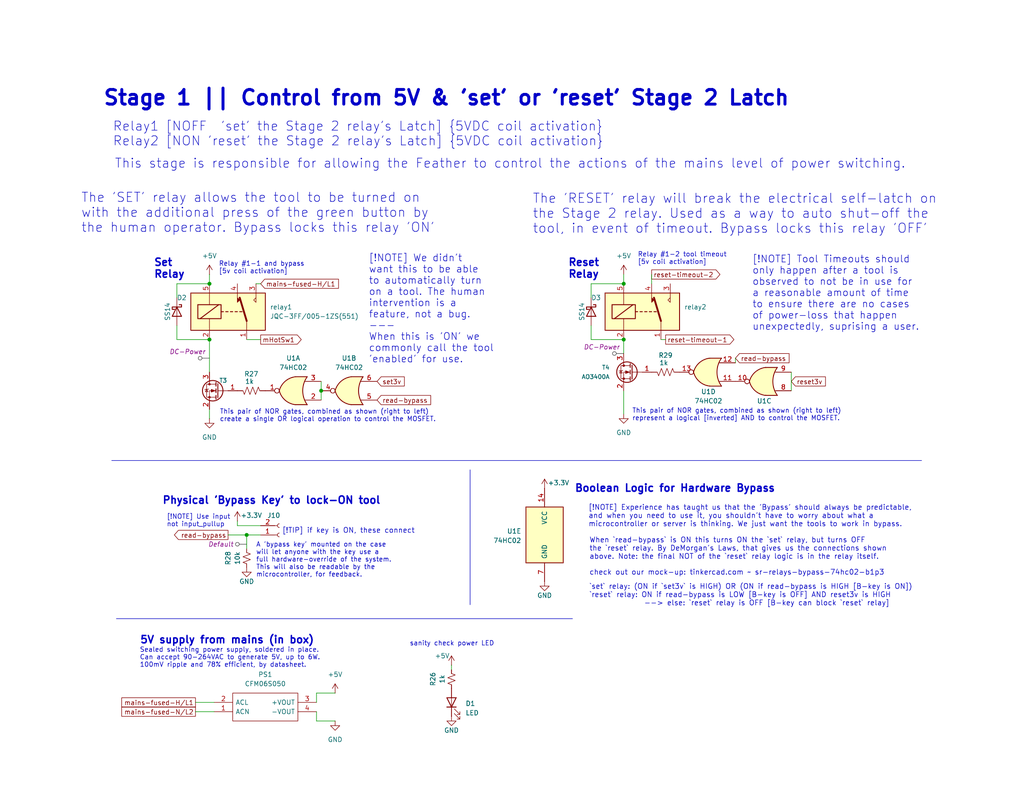
<source format=kicad_sch>
(kicad_sch
	(version 20231120)
	(generator "eeschema")
	(generator_version "8.0")
	(uuid "e2c3ff12-a64f-4bc5-8b20-86448f51ac51")
	(paper "USLetter")
	(title_block
		(date "2025-02-24")
		(rev "4")
		(company "Corey Rice & MakeHaven")
		(comment 1 "Twin Stage 1 relays 'set' and 'reset' the Stage 2 latching relay")
		(comment 2 "Boolean Logic so Bypass Key can cause predictable behavior, blocking all else.")
		(comment 3 "Mains voltage is converted to 5VDC for the microcontroller and more")
		(comment 4 "A 'sanity check' LED is included to see that 5VDC is functioning")
	)
	(lib_symbols
		(symbol "74xx:74HC02"
			(pin_names
				(offset 1.016)
			)
			(exclude_from_sim no)
			(in_bom yes)
			(on_board yes)
			(property "Reference" "U"
				(at 0 1.27 0)
				(effects
					(font
						(size 1.27 1.27)
					)
				)
			)
			(property "Value" "74HC02"
				(at 0 -1.27 0)
				(effects
					(font
						(size 1.27 1.27)
					)
				)
			)
			(property "Footprint" ""
				(at 0 0 0)
				(effects
					(font
						(size 1.27 1.27)
					)
					(hide yes)
				)
			)
			(property "Datasheet" "http://www.ti.com/lit/gpn/sn74hc02"
				(at 0 0 0)
				(effects
					(font
						(size 1.27 1.27)
					)
					(hide yes)
				)
			)
			(property "Description" "quad 2-input NOR gate"
				(at 0 0 0)
				(effects
					(font
						(size 1.27 1.27)
					)
					(hide yes)
				)
			)
			(property "ki_locked" ""
				(at 0 0 0)
				(effects
					(font
						(size 1.27 1.27)
					)
				)
			)
			(property "ki_keywords" "HCMOS Nor2"
				(at 0 0 0)
				(effects
					(font
						(size 1.27 1.27)
					)
					(hide yes)
				)
			)
			(property "ki_fp_filters" "SO14* DIP*W7.62mm*"
				(at 0 0 0)
				(effects
					(font
						(size 1.27 1.27)
					)
					(hide yes)
				)
			)
			(symbol "74HC02_1_1"
				(arc
					(start -3.81 -3.81)
					(mid -2.589 0)
					(end -3.81 3.81)
					(stroke
						(width 0.254)
						(type default)
					)
					(fill
						(type none)
					)
				)
				(arc
					(start -0.6096 -3.81)
					(mid 2.1842 -2.5851)
					(end 3.81 0)
					(stroke
						(width 0.254)
						(type default)
					)
					(fill
						(type background)
					)
				)
				(polyline
					(pts
						(xy -3.81 -3.81) (xy -0.635 -3.81)
					)
					(stroke
						(width 0.254)
						(type default)
					)
					(fill
						(type background)
					)
				)
				(polyline
					(pts
						(xy -3.81 3.81) (xy -0.635 3.81)
					)
					(stroke
						(width 0.254)
						(type default)
					)
					(fill
						(type background)
					)
				)
				(polyline
					(pts
						(xy -0.635 3.81) (xy -3.81 3.81) (xy -3.81 3.81) (xy -3.556 3.4036) (xy -3.0226 2.2606) (xy -2.6924 1.0414)
						(xy -2.6162 -0.254) (xy -2.7686 -1.4986) (xy -3.175 -2.7178) (xy -3.81 -3.81) (xy -3.81 -3.81)
						(xy -0.635 -3.81)
					)
					(stroke
						(width -25.4)
						(type default)
					)
					(fill
						(type background)
					)
				)
				(arc
					(start 3.81 0)
					(mid 2.1915 2.5936)
					(end -0.6096 3.81)
					(stroke
						(width 0.254)
						(type default)
					)
					(fill
						(type background)
					)
				)
				(pin output inverted
					(at 7.62 0 180)
					(length 3.81)
					(name "~"
						(effects
							(font
								(size 1.27 1.27)
							)
						)
					)
					(number "1"
						(effects
							(font
								(size 1.27 1.27)
							)
						)
					)
				)
				(pin input line
					(at -7.62 2.54 0)
					(length 4.318)
					(name "~"
						(effects
							(font
								(size 1.27 1.27)
							)
						)
					)
					(number "2"
						(effects
							(font
								(size 1.27 1.27)
							)
						)
					)
				)
				(pin input line
					(at -7.62 -2.54 0)
					(length 4.318)
					(name "~"
						(effects
							(font
								(size 1.27 1.27)
							)
						)
					)
					(number "3"
						(effects
							(font
								(size 1.27 1.27)
							)
						)
					)
				)
			)
			(symbol "74HC02_1_2"
				(arc
					(start 0 -3.81)
					(mid 3.7934 0)
					(end 0 3.81)
					(stroke
						(width 0.254)
						(type default)
					)
					(fill
						(type background)
					)
				)
				(polyline
					(pts
						(xy 0 3.81) (xy -3.81 3.81) (xy -3.81 -3.81) (xy 0 -3.81)
					)
					(stroke
						(width 0.254)
						(type default)
					)
					(fill
						(type background)
					)
				)
				(pin output line
					(at 7.62 0 180)
					(length 3.81)
					(name "~"
						(effects
							(font
								(size 1.27 1.27)
							)
						)
					)
					(number "1"
						(effects
							(font
								(size 1.27 1.27)
							)
						)
					)
				)
				(pin input inverted
					(at -7.62 2.54 0)
					(length 3.81)
					(name "~"
						(effects
							(font
								(size 1.27 1.27)
							)
						)
					)
					(number "2"
						(effects
							(font
								(size 1.27 1.27)
							)
						)
					)
				)
				(pin input inverted
					(at -7.62 -2.54 0)
					(length 3.81)
					(name "~"
						(effects
							(font
								(size 1.27 1.27)
							)
						)
					)
					(number "3"
						(effects
							(font
								(size 1.27 1.27)
							)
						)
					)
				)
			)
			(symbol "74HC02_2_1"
				(arc
					(start -3.81 -3.81)
					(mid -2.589 0)
					(end -3.81 3.81)
					(stroke
						(width 0.254)
						(type default)
					)
					(fill
						(type none)
					)
				)
				(arc
					(start -0.6096 -3.81)
					(mid 2.1842 -2.5851)
					(end 3.81 0)
					(stroke
						(width 0.254)
						(type default)
					)
					(fill
						(type background)
					)
				)
				(polyline
					(pts
						(xy -3.81 -3.81) (xy -0.635 -3.81)
					)
					(stroke
						(width 0.254)
						(type default)
					)
					(fill
						(type background)
					)
				)
				(polyline
					(pts
						(xy -3.81 3.81) (xy -0.635 3.81)
					)
					(stroke
						(width 0.254)
						(type default)
					)
					(fill
						(type background)
					)
				)
				(polyline
					(pts
						(xy -0.635 3.81) (xy -3.81 3.81) (xy -3.81 3.81) (xy -3.556 3.4036) (xy -3.0226 2.2606) (xy -2.6924 1.0414)
						(xy -2.6162 -0.254) (xy -2.7686 -1.4986) (xy -3.175 -2.7178) (xy -3.81 -3.81) (xy -3.81 -3.81)
						(xy -0.635 -3.81)
					)
					(stroke
						(width -25.4)
						(type default)
					)
					(fill
						(type background)
					)
				)
				(arc
					(start 3.81 0)
					(mid 2.1915 2.5936)
					(end -0.6096 3.81)
					(stroke
						(width 0.254)
						(type default)
					)
					(fill
						(type background)
					)
				)
				(pin output inverted
					(at 7.62 0 180)
					(length 3.81)
					(name "~"
						(effects
							(font
								(size 1.27 1.27)
							)
						)
					)
					(number "4"
						(effects
							(font
								(size 1.27 1.27)
							)
						)
					)
				)
				(pin input line
					(at -7.62 2.54 0)
					(length 4.318)
					(name "~"
						(effects
							(font
								(size 1.27 1.27)
							)
						)
					)
					(number "5"
						(effects
							(font
								(size 1.27 1.27)
							)
						)
					)
				)
				(pin input line
					(at -7.62 -2.54 0)
					(length 4.318)
					(name "~"
						(effects
							(font
								(size 1.27 1.27)
							)
						)
					)
					(number "6"
						(effects
							(font
								(size 1.27 1.27)
							)
						)
					)
				)
			)
			(symbol "74HC02_2_2"
				(arc
					(start 0 -3.81)
					(mid 3.7934 0)
					(end 0 3.81)
					(stroke
						(width 0.254)
						(type default)
					)
					(fill
						(type background)
					)
				)
				(polyline
					(pts
						(xy 0 3.81) (xy -3.81 3.81) (xy -3.81 -3.81) (xy 0 -3.81)
					)
					(stroke
						(width 0.254)
						(type default)
					)
					(fill
						(type background)
					)
				)
				(pin output line
					(at 7.62 0 180)
					(length 3.81)
					(name "~"
						(effects
							(font
								(size 1.27 1.27)
							)
						)
					)
					(number "4"
						(effects
							(font
								(size 1.27 1.27)
							)
						)
					)
				)
				(pin input inverted
					(at -7.62 2.54 0)
					(length 3.81)
					(name "~"
						(effects
							(font
								(size 1.27 1.27)
							)
						)
					)
					(number "5"
						(effects
							(font
								(size 1.27 1.27)
							)
						)
					)
				)
				(pin input inverted
					(at -7.62 -2.54 0)
					(length 3.81)
					(name "~"
						(effects
							(font
								(size 1.27 1.27)
							)
						)
					)
					(number "6"
						(effects
							(font
								(size 1.27 1.27)
							)
						)
					)
				)
			)
			(symbol "74HC02_3_1"
				(arc
					(start -3.81 -3.81)
					(mid -2.589 0)
					(end -3.81 3.81)
					(stroke
						(width 0.254)
						(type default)
					)
					(fill
						(type none)
					)
				)
				(arc
					(start -0.6096 -3.81)
					(mid 2.1842 -2.5851)
					(end 3.81 0)
					(stroke
						(width 0.254)
						(type default)
					)
					(fill
						(type background)
					)
				)
				(polyline
					(pts
						(xy -3.81 -3.81) (xy -0.635 -3.81)
					)
					(stroke
						(width 0.254)
						(type default)
					)
					(fill
						(type background)
					)
				)
				(polyline
					(pts
						(xy -3.81 3.81) (xy -0.635 3.81)
					)
					(stroke
						(width 0.254)
						(type default)
					)
					(fill
						(type background)
					)
				)
				(polyline
					(pts
						(xy -0.635 3.81) (xy -3.81 3.81) (xy -3.81 3.81) (xy -3.556 3.4036) (xy -3.0226 2.2606) (xy -2.6924 1.0414)
						(xy -2.6162 -0.254) (xy -2.7686 -1.4986) (xy -3.175 -2.7178) (xy -3.81 -3.81) (xy -3.81 -3.81)
						(xy -0.635 -3.81)
					)
					(stroke
						(width -25.4)
						(type default)
					)
					(fill
						(type background)
					)
				)
				(arc
					(start 3.81 0)
					(mid 2.1915 2.5936)
					(end -0.6096 3.81)
					(stroke
						(width 0.254)
						(type default)
					)
					(fill
						(type background)
					)
				)
				(pin output inverted
					(at 7.62 0 180)
					(length 3.81)
					(name "~"
						(effects
							(font
								(size 1.27 1.27)
							)
						)
					)
					(number "10"
						(effects
							(font
								(size 1.27 1.27)
							)
						)
					)
				)
				(pin input line
					(at -7.62 2.54 0)
					(length 4.318)
					(name "~"
						(effects
							(font
								(size 1.27 1.27)
							)
						)
					)
					(number "8"
						(effects
							(font
								(size 1.27 1.27)
							)
						)
					)
				)
				(pin input line
					(at -7.62 -2.54 0)
					(length 4.318)
					(name "~"
						(effects
							(font
								(size 1.27 1.27)
							)
						)
					)
					(number "9"
						(effects
							(font
								(size 1.27 1.27)
							)
						)
					)
				)
			)
			(symbol "74HC02_3_2"
				(arc
					(start 0 -3.81)
					(mid 3.7934 0)
					(end 0 3.81)
					(stroke
						(width 0.254)
						(type default)
					)
					(fill
						(type background)
					)
				)
				(polyline
					(pts
						(xy 0 3.81) (xy -3.81 3.81) (xy -3.81 -3.81) (xy 0 -3.81)
					)
					(stroke
						(width 0.254)
						(type default)
					)
					(fill
						(type background)
					)
				)
				(pin output line
					(at 7.62 0 180)
					(length 3.81)
					(name "~"
						(effects
							(font
								(size 1.27 1.27)
							)
						)
					)
					(number "10"
						(effects
							(font
								(size 1.27 1.27)
							)
						)
					)
				)
				(pin input inverted
					(at -7.62 2.54 0)
					(length 3.81)
					(name "~"
						(effects
							(font
								(size 1.27 1.27)
							)
						)
					)
					(number "8"
						(effects
							(font
								(size 1.27 1.27)
							)
						)
					)
				)
				(pin input inverted
					(at -7.62 -2.54 0)
					(length 3.81)
					(name "~"
						(effects
							(font
								(size 1.27 1.27)
							)
						)
					)
					(number "9"
						(effects
							(font
								(size 1.27 1.27)
							)
						)
					)
				)
			)
			(symbol "74HC02_4_1"
				(arc
					(start -3.81 -3.81)
					(mid -2.589 0)
					(end -3.81 3.81)
					(stroke
						(width 0.254)
						(type default)
					)
					(fill
						(type none)
					)
				)
				(arc
					(start -0.6096 -3.81)
					(mid 2.1842 -2.5851)
					(end 3.81 0)
					(stroke
						(width 0.254)
						(type default)
					)
					(fill
						(type background)
					)
				)
				(polyline
					(pts
						(xy -3.81 -3.81) (xy -0.635 -3.81)
					)
					(stroke
						(width 0.254)
						(type default)
					)
					(fill
						(type background)
					)
				)
				(polyline
					(pts
						(xy -3.81 3.81) (xy -0.635 3.81)
					)
					(stroke
						(width 0.254)
						(type default)
					)
					(fill
						(type background)
					)
				)
				(polyline
					(pts
						(xy -0.635 3.81) (xy -3.81 3.81) (xy -3.81 3.81) (xy -3.556 3.4036) (xy -3.0226 2.2606) (xy -2.6924 1.0414)
						(xy -2.6162 -0.254) (xy -2.7686 -1.4986) (xy -3.175 -2.7178) (xy -3.81 -3.81) (xy -3.81 -3.81)
						(xy -0.635 -3.81)
					)
					(stroke
						(width -25.4)
						(type default)
					)
					(fill
						(type background)
					)
				)
				(arc
					(start 3.81 0)
					(mid 2.1915 2.5936)
					(end -0.6096 3.81)
					(stroke
						(width 0.254)
						(type default)
					)
					(fill
						(type background)
					)
				)
				(pin input line
					(at -7.62 2.54 0)
					(length 4.318)
					(name "~"
						(effects
							(font
								(size 1.27 1.27)
							)
						)
					)
					(number "11"
						(effects
							(font
								(size 1.27 1.27)
							)
						)
					)
				)
				(pin input line
					(at -7.62 -2.54 0)
					(length 4.318)
					(name "~"
						(effects
							(font
								(size 1.27 1.27)
							)
						)
					)
					(number "12"
						(effects
							(font
								(size 1.27 1.27)
							)
						)
					)
				)
				(pin output inverted
					(at 7.62 0 180)
					(length 3.81)
					(name "~"
						(effects
							(font
								(size 1.27 1.27)
							)
						)
					)
					(number "13"
						(effects
							(font
								(size 1.27 1.27)
							)
						)
					)
				)
			)
			(symbol "74HC02_4_2"
				(arc
					(start 0 -3.81)
					(mid 3.7934 0)
					(end 0 3.81)
					(stroke
						(width 0.254)
						(type default)
					)
					(fill
						(type background)
					)
				)
				(polyline
					(pts
						(xy 0 3.81) (xy -3.81 3.81) (xy -3.81 -3.81) (xy 0 -3.81)
					)
					(stroke
						(width 0.254)
						(type default)
					)
					(fill
						(type background)
					)
				)
				(pin input inverted
					(at -7.62 2.54 0)
					(length 3.81)
					(name "~"
						(effects
							(font
								(size 1.27 1.27)
							)
						)
					)
					(number "11"
						(effects
							(font
								(size 1.27 1.27)
							)
						)
					)
				)
				(pin input inverted
					(at -7.62 -2.54 0)
					(length 3.81)
					(name "~"
						(effects
							(font
								(size 1.27 1.27)
							)
						)
					)
					(number "12"
						(effects
							(font
								(size 1.27 1.27)
							)
						)
					)
				)
				(pin output line
					(at 7.62 0 180)
					(length 3.81)
					(name "~"
						(effects
							(font
								(size 1.27 1.27)
							)
						)
					)
					(number "13"
						(effects
							(font
								(size 1.27 1.27)
							)
						)
					)
				)
			)
			(symbol "74HC02_5_0"
				(pin power_in line
					(at 0 12.7 270)
					(length 5.08)
					(name "VCC"
						(effects
							(font
								(size 1.27 1.27)
							)
						)
					)
					(number "14"
						(effects
							(font
								(size 1.27 1.27)
							)
						)
					)
				)
				(pin power_in line
					(at 0 -12.7 90)
					(length 5.08)
					(name "GND"
						(effects
							(font
								(size 1.27 1.27)
							)
						)
					)
					(number "7"
						(effects
							(font
								(size 1.27 1.27)
							)
						)
					)
				)
			)
			(symbol "74HC02_5_1"
				(rectangle
					(start -5.08 7.62)
					(end 5.08 -7.62)
					(stroke
						(width 0.254)
						(type default)
					)
					(fill
						(type background)
					)
				)
			)
		)
		(symbol "CFM06S050-E-Cincon:CFM06S050-E"
			(pin_names
				(offset 0.762)
			)
			(exclude_from_sim no)
			(in_bom yes)
			(on_board yes)
			(property "Reference" "PS1"
				(at 13.97 7.62 0)
				(effects
					(font
						(size 1.27 1.27)
					)
				)
			)
			(property "Value" "CFM06S050"
				(at 13.97 5.08 0)
				(effects
					(font
						(size 1.27 1.27)
					)
				)
			)
			(property "Footprint" "VB05-T2S05-E fromEasyEDA:VB05-T2S05-E"
				(at 24.13 2.54 0)
				(effects
					(font
						(size 1.27 1.27)
					)
					(justify left)
					(hide yes)
				)
			)
			(property "Datasheet" "https://www.cincon.com.tw/productdownload/SPEC-CFM06S-V12.pdf"
				(at 24.13 0 0)
				(effects
					(font
						(size 1.27 1.27)
					)
					(justify left)
					(hide yes)
				)
			)
			(property "Description" "Switching Power Supplies AC-DC Open Frame, 6 Watt, Single Output, 5VDC Output, 1.2A, 78% Efficiency, Encapsulated"
				(at 24.13 -2.54 0)
				(effects
					(font
						(size 1.27 1.27)
					)
					(justify left)
					(hide yes)
				)
			)
			(property "Height" "20.2"
				(at 24.13 -5.08 0)
				(effects
					(font
						(size 1.27 1.27)
					)
					(justify left)
					(hide yes)
				)
			)
			(property "Mouser Part Number" "418-CFM06S050-E"
				(at 24.13 -12.7 0)
				(effects
					(font
						(size 1.27 1.27)
					)
					(justify left)
					(hide yes)
				)
			)
			(property "Mouser Price/Stock" "https://www.mouser.co.uk/ProductDetail/Cincon/CFM06S050-E?qs=w%2Fv1CP2dgqrTjUOBqLmfHg%3D%3D"
				(at 24.13 -15.24 0)
				(effects
					(font
						(size 1.27 1.27)
					)
					(justify left)
					(hide yes)
				)
			)
			(property "Manufacturer_Name" "Cincon"
				(at 24.13 -7.62 0)
				(effects
					(font
						(size 1.27 1.27)
					)
					(justify left)
					(hide yes)
				)
			)
			(property "Manufacturer_Part_Number" "CFM06S050-E"
				(at 24.13 -10.16 0)
				(effects
					(font
						(size 1.27 1.27)
					)
					(justify left)
					(hide yes)
				)
			)
			(property "Arrow Part Number" ""
				(at 24.13 -17.78 0)
				(effects
					(font
						(size 1.27 1.27)
					)
					(justify left)
					(hide yes)
				)
			)
			(property "Arrow Price/Stock" ""
				(at 24.13 -20.32 0)
				(effects
					(font
						(size 1.27 1.27)
					)
					(justify left)
					(hide yes)
				)
			)
			(property "Mouser Testing Part Number" ""
				(at 24.13 -22.86 0)
				(effects
					(font
						(size 1.27 1.27)
					)
					(justify left)
					(hide yes)
				)
			)
			(property "Mouser Testing Price/Stock" ""
				(at 24.13 -25.4 0)
				(effects
					(font
						(size 1.27 1.27)
					)
					(justify left)
					(hide yes)
				)
			)
			(symbol "CFM06S050-E_0_0"
				(pin passive line
					(at 0 -2.54 0)
					(length 5.08)
					(name "ACN"
						(effects
							(font
								(size 1.27 1.27)
							)
						)
					)
					(number "1"
						(effects
							(font
								(size 1.27 1.27)
							)
						)
					)
				)
				(pin passive line
					(at 0 0 0)
					(length 5.08)
					(name "ACL"
						(effects
							(font
								(size 1.27 1.27)
							)
						)
					)
					(number "2"
						(effects
							(font
								(size 1.27 1.27)
							)
						)
					)
				)
				(pin power_out line
					(at 27.94 0 180)
					(length 5.08)
					(name "+VOUT"
						(effects
							(font
								(size 1.27 1.27)
							)
						)
					)
					(number "3"
						(effects
							(font
								(size 1.27 1.27)
							)
						)
					)
				)
				(pin power_out line
					(at 27.94 -2.54 180)
					(length 5.08)
					(name "-VOUT"
						(effects
							(font
								(size 1.27 1.27)
							)
						)
					)
					(number "4"
						(effects
							(font
								(size 1.27 1.27)
							)
						)
					)
				)
			)
			(symbol "CFM06S050-E_0_1"
				(polyline
					(pts
						(xy 5.08 2.54) (xy 22.86 2.54) (xy 22.86 -5.08) (xy 5.08 -5.08) (xy 5.08 2.54)
					)
					(stroke
						(width 0.1524)
						(type default)
					)
					(fill
						(type none)
					)
				)
			)
		)
		(symbol "Connector:Conn_01x02_Socket"
			(pin_names
				(offset 1.016) hide)
			(exclude_from_sim no)
			(in_bom yes)
			(on_board yes)
			(property "Reference" "J"
				(at 0 2.54 0)
				(effects
					(font
						(size 1.27 1.27)
					)
				)
			)
			(property "Value" "Conn_01x02_Socket"
				(at 0 -5.08 0)
				(effects
					(font
						(size 1.27 1.27)
					)
				)
			)
			(property "Footprint" ""
				(at 0 0 0)
				(effects
					(font
						(size 1.27 1.27)
					)
					(hide yes)
				)
			)
			(property "Datasheet" "~"
				(at 0 0 0)
				(effects
					(font
						(size 1.27 1.27)
					)
					(hide yes)
				)
			)
			(property "Description" "Generic connector, single row, 01x02, script generated"
				(at 0 0 0)
				(effects
					(font
						(size 1.27 1.27)
					)
					(hide yes)
				)
			)
			(property "ki_locked" ""
				(at 0 0 0)
				(effects
					(font
						(size 1.27 1.27)
					)
				)
			)
			(property "ki_keywords" "connector"
				(at 0 0 0)
				(effects
					(font
						(size 1.27 1.27)
					)
					(hide yes)
				)
			)
			(property "ki_fp_filters" "Connector*:*_1x??_*"
				(at 0 0 0)
				(effects
					(font
						(size 1.27 1.27)
					)
					(hide yes)
				)
			)
			(symbol "Conn_01x02_Socket_1_1"
				(arc
					(start 0 -2.032)
					(mid -0.5058 -2.54)
					(end 0 -3.048)
					(stroke
						(width 0.1524)
						(type default)
					)
					(fill
						(type none)
					)
				)
				(polyline
					(pts
						(xy -1.27 -2.54) (xy -0.508 -2.54)
					)
					(stroke
						(width 0.1524)
						(type default)
					)
					(fill
						(type none)
					)
				)
				(polyline
					(pts
						(xy -1.27 0) (xy -0.508 0)
					)
					(stroke
						(width 0.1524)
						(type default)
					)
					(fill
						(type none)
					)
				)
				(arc
					(start 0 0.508)
					(mid -0.5058 0)
					(end 0 -0.508)
					(stroke
						(width 0.1524)
						(type default)
					)
					(fill
						(type none)
					)
				)
				(pin passive line
					(at -5.08 0 0)
					(length 3.81)
					(name "Pin_1"
						(effects
							(font
								(size 1.27 1.27)
							)
						)
					)
					(number "1"
						(effects
							(font
								(size 1.27 1.27)
							)
						)
					)
				)
				(pin passive line
					(at -5.08 -2.54 0)
					(length 3.81)
					(name "Pin_2"
						(effects
							(font
								(size 1.27 1.27)
							)
						)
					)
					(number "2"
						(effects
							(font
								(size 1.27 1.27)
							)
						)
					)
				)
			)
		)
		(symbol "Device:LED"
			(pin_numbers hide)
			(pin_names
				(offset 1.016) hide)
			(exclude_from_sim no)
			(in_bom yes)
			(on_board yes)
			(property "Reference" "D"
				(at 0 2.54 0)
				(effects
					(font
						(size 1.27 1.27)
					)
				)
			)
			(property "Value" "LED"
				(at 0 -2.54 0)
				(effects
					(font
						(size 1.27 1.27)
					)
				)
			)
			(property "Footprint" ""
				(at 0 0 0)
				(effects
					(font
						(size 1.27 1.27)
					)
					(hide yes)
				)
			)
			(property "Datasheet" "~"
				(at 0 0 0)
				(effects
					(font
						(size 1.27 1.27)
					)
					(hide yes)
				)
			)
			(property "Description" "Light emitting diode"
				(at 0 0 0)
				(effects
					(font
						(size 1.27 1.27)
					)
					(hide yes)
				)
			)
			(property "ki_keywords" "LED diode"
				(at 0 0 0)
				(effects
					(font
						(size 1.27 1.27)
					)
					(hide yes)
				)
			)
			(property "ki_fp_filters" "LED* LED_SMD:* LED_THT:*"
				(at 0 0 0)
				(effects
					(font
						(size 1.27 1.27)
					)
					(hide yes)
				)
			)
			(symbol "LED_0_1"
				(polyline
					(pts
						(xy -1.27 -1.27) (xy -1.27 1.27)
					)
					(stroke
						(width 0.254)
						(type default)
					)
					(fill
						(type none)
					)
				)
				(polyline
					(pts
						(xy -1.27 0) (xy 1.27 0)
					)
					(stroke
						(width 0)
						(type default)
					)
					(fill
						(type none)
					)
				)
				(polyline
					(pts
						(xy 1.27 -1.27) (xy 1.27 1.27) (xy -1.27 0) (xy 1.27 -1.27)
					)
					(stroke
						(width 0.254)
						(type default)
					)
					(fill
						(type none)
					)
				)
				(polyline
					(pts
						(xy -3.048 -0.762) (xy -4.572 -2.286) (xy -3.81 -2.286) (xy -4.572 -2.286) (xy -4.572 -1.524)
					)
					(stroke
						(width 0)
						(type default)
					)
					(fill
						(type none)
					)
				)
				(polyline
					(pts
						(xy -1.778 -0.762) (xy -3.302 -2.286) (xy -2.54 -2.286) (xy -3.302 -2.286) (xy -3.302 -1.524)
					)
					(stroke
						(width 0)
						(type default)
					)
					(fill
						(type none)
					)
				)
			)
			(symbol "LED_1_1"
				(pin passive line
					(at -3.81 0 0)
					(length 2.54)
					(name "K"
						(effects
							(font
								(size 1.27 1.27)
							)
						)
					)
					(number "1"
						(effects
							(font
								(size 1.27 1.27)
							)
						)
					)
				)
				(pin passive line
					(at 3.81 0 180)
					(length 2.54)
					(name "A"
						(effects
							(font
								(size 1.27 1.27)
							)
						)
					)
					(number "2"
						(effects
							(font
								(size 1.27 1.27)
							)
						)
					)
				)
			)
		)
		(symbol "Device:R_Small_US"
			(pin_numbers hide)
			(pin_names
				(offset 0.254) hide)
			(exclude_from_sim no)
			(in_bom yes)
			(on_board yes)
			(property "Reference" "R"
				(at 0.762 0.508 0)
				(effects
					(font
						(size 1.27 1.27)
					)
					(justify left)
				)
			)
			(property "Value" "R_Small_US"
				(at 0.762 -1.016 0)
				(effects
					(font
						(size 1.27 1.27)
					)
					(justify left)
				)
			)
			(property "Footprint" ""
				(at 0 0 0)
				(effects
					(font
						(size 1.27 1.27)
					)
					(hide yes)
				)
			)
			(property "Datasheet" "~"
				(at 0 0 0)
				(effects
					(font
						(size 1.27 1.27)
					)
					(hide yes)
				)
			)
			(property "Description" "Resistor, small US symbol"
				(at 0 0 0)
				(effects
					(font
						(size 1.27 1.27)
					)
					(hide yes)
				)
			)
			(property "ki_keywords" "r resistor"
				(at 0 0 0)
				(effects
					(font
						(size 1.27 1.27)
					)
					(hide yes)
				)
			)
			(property "ki_fp_filters" "R_*"
				(at 0 0 0)
				(effects
					(font
						(size 1.27 1.27)
					)
					(hide yes)
				)
			)
			(symbol "R_Small_US_1_1"
				(polyline
					(pts
						(xy 0 0) (xy 1.016 -0.381) (xy 0 -0.762) (xy -1.016 -1.143) (xy 0 -1.524)
					)
					(stroke
						(width 0)
						(type default)
					)
					(fill
						(type none)
					)
				)
				(polyline
					(pts
						(xy 0 1.524) (xy 1.016 1.143) (xy 0 0.762) (xy -1.016 0.381) (xy 0 0)
					)
					(stroke
						(width 0)
						(type default)
					)
					(fill
						(type none)
					)
				)
				(pin passive line
					(at 0 2.54 270)
					(length 1.016)
					(name "~"
						(effects
							(font
								(size 1.27 1.27)
							)
						)
					)
					(number "1"
						(effects
							(font
								(size 1.27 1.27)
							)
						)
					)
				)
				(pin passive line
					(at 0 -2.54 90)
					(length 1.016)
					(name "~"
						(effects
							(font
								(size 1.27 1.27)
							)
						)
					)
					(number "2"
						(effects
							(font
								(size 1.27 1.27)
							)
						)
					)
				)
			)
		)
		(symbol "Device:R_US"
			(pin_numbers hide)
			(pin_names
				(offset 0)
			)
			(exclude_from_sim no)
			(in_bom yes)
			(on_board yes)
			(property "Reference" "R"
				(at 2.54 0 90)
				(effects
					(font
						(size 1.27 1.27)
					)
				)
			)
			(property "Value" "R_US"
				(at -2.54 0 90)
				(effects
					(font
						(size 1.27 1.27)
					)
				)
			)
			(property "Footprint" ""
				(at 1.016 -0.254 90)
				(effects
					(font
						(size 1.27 1.27)
					)
					(hide yes)
				)
			)
			(property "Datasheet" "~"
				(at 0 0 0)
				(effects
					(font
						(size 1.27 1.27)
					)
					(hide yes)
				)
			)
			(property "Description" "Resistor, US symbol"
				(at 0 0 0)
				(effects
					(font
						(size 1.27 1.27)
					)
					(hide yes)
				)
			)
			(property "ki_keywords" "R res resistor"
				(at 0 0 0)
				(effects
					(font
						(size 1.27 1.27)
					)
					(hide yes)
				)
			)
			(property "ki_fp_filters" "R_*"
				(at 0 0 0)
				(effects
					(font
						(size 1.27 1.27)
					)
					(hide yes)
				)
			)
			(symbol "R_US_0_1"
				(polyline
					(pts
						(xy 0 -2.286) (xy 0 -2.54)
					)
					(stroke
						(width 0)
						(type default)
					)
					(fill
						(type none)
					)
				)
				(polyline
					(pts
						(xy 0 2.286) (xy 0 2.54)
					)
					(stroke
						(width 0)
						(type default)
					)
					(fill
						(type none)
					)
				)
				(polyline
					(pts
						(xy 0 -0.762) (xy 1.016 -1.143) (xy 0 -1.524) (xy -1.016 -1.905) (xy 0 -2.286)
					)
					(stroke
						(width 0)
						(type default)
					)
					(fill
						(type none)
					)
				)
				(polyline
					(pts
						(xy 0 0.762) (xy 1.016 0.381) (xy 0 0) (xy -1.016 -0.381) (xy 0 -0.762)
					)
					(stroke
						(width 0)
						(type default)
					)
					(fill
						(type none)
					)
				)
				(polyline
					(pts
						(xy 0 2.286) (xy 1.016 1.905) (xy 0 1.524) (xy -1.016 1.143) (xy 0 0.762)
					)
					(stroke
						(width 0)
						(type default)
					)
					(fill
						(type none)
					)
				)
			)
			(symbol "R_US_1_1"
				(pin passive line
					(at 0 3.81 270)
					(length 1.27)
					(name "~"
						(effects
							(font
								(size 1.27 1.27)
							)
						)
					)
					(number "1"
						(effects
							(font
								(size 1.27 1.27)
							)
						)
					)
				)
				(pin passive line
					(at 0 -3.81 90)
					(length 1.27)
					(name "~"
						(effects
							(font
								(size 1.27 1.27)
							)
						)
					)
					(number "2"
						(effects
							(font
								(size 1.27 1.27)
							)
						)
					)
				)
			)
		)
		(symbol "Diode:SS14"
			(pin_numbers hide)
			(pin_names
				(offset 1.016) hide)
			(exclude_from_sim no)
			(in_bom yes)
			(on_board yes)
			(property "Reference" "D"
				(at 0 2.54 0)
				(effects
					(font
						(size 1.27 1.27)
					)
				)
			)
			(property "Value" "SS14"
				(at 0 -2.54 0)
				(effects
					(font
						(size 1.27 1.27)
					)
				)
			)
			(property "Footprint" "Diode_SMD:D_SMA"
				(at 0 -4.445 0)
				(effects
					(font
						(size 1.27 1.27)
					)
					(hide yes)
				)
			)
			(property "Datasheet" "https://www.vishay.com/docs/88746/ss12.pdf"
				(at 0 0 0)
				(effects
					(font
						(size 1.27 1.27)
					)
					(hide yes)
				)
			)
			(property "Description" "40V 1A Schottky Diode, SMA"
				(at 0 0 0)
				(effects
					(font
						(size 1.27 1.27)
					)
					(hide yes)
				)
			)
			(property "ki_keywords" "diode Schottky"
				(at 0 0 0)
				(effects
					(font
						(size 1.27 1.27)
					)
					(hide yes)
				)
			)
			(property "ki_fp_filters" "D*SMA*"
				(at 0 0 0)
				(effects
					(font
						(size 1.27 1.27)
					)
					(hide yes)
				)
			)
			(symbol "SS14_0_1"
				(polyline
					(pts
						(xy 1.27 0) (xy -1.27 0)
					)
					(stroke
						(width 0)
						(type default)
					)
					(fill
						(type none)
					)
				)
				(polyline
					(pts
						(xy 1.27 1.27) (xy 1.27 -1.27) (xy -1.27 0) (xy 1.27 1.27)
					)
					(stroke
						(width 0.254)
						(type default)
					)
					(fill
						(type none)
					)
				)
				(polyline
					(pts
						(xy -1.905 0.635) (xy -1.905 1.27) (xy -1.27 1.27) (xy -1.27 -1.27) (xy -0.635 -1.27) (xy -0.635 -0.635)
					)
					(stroke
						(width 0.254)
						(type default)
					)
					(fill
						(type none)
					)
				)
			)
			(symbol "SS14_1_1"
				(pin passive line
					(at -3.81 0 0)
					(length 2.54)
					(name "K"
						(effects
							(font
								(size 1.27 1.27)
							)
						)
					)
					(number "1"
						(effects
							(font
								(size 1.27 1.27)
							)
						)
					)
				)
				(pin passive line
					(at 3.81 0 180)
					(length 2.54)
					(name "A"
						(effects
							(font
								(size 1.27 1.27)
							)
						)
					)
					(number "2"
						(effects
							(font
								(size 1.27 1.27)
							)
						)
					)
				)
			)
		)
		(symbol "Relay:SANYOU_SRD_Form_C"
			(exclude_from_sim no)
			(in_bom yes)
			(on_board yes)
			(property "Reference" "K"
				(at 11.43 3.81 0)
				(effects
					(font
						(size 1.27 1.27)
					)
					(justify left)
				)
			)
			(property "Value" "SANYOU_SRD_Form_C"
				(at 11.43 1.27 0)
				(effects
					(font
						(size 1.27 1.27)
					)
					(justify left)
				)
			)
			(property "Footprint" "Relay_THT:Relay_SPDT_SANYOU_SRD_Series_Form_C"
				(at 11.43 -1.27 0)
				(effects
					(font
						(size 1.27 1.27)
					)
					(justify left)
					(hide yes)
				)
			)
			(property "Datasheet" "http://www.sanyourelay.ca/public/products/pdf/SRD.pdf"
				(at 0 0 0)
				(effects
					(font
						(size 1.27 1.27)
					)
					(hide yes)
				)
			)
			(property "Description" "Sanyo SRD relay, Single Pole Miniature Power Relay,"
				(at 0 0 0)
				(effects
					(font
						(size 1.27 1.27)
					)
					(hide yes)
				)
			)
			(property "ki_keywords" "Single Pole Relay SPDT"
				(at 0 0 0)
				(effects
					(font
						(size 1.27 1.27)
					)
					(hide yes)
				)
			)
			(property "ki_fp_filters" "Relay*SPDT*SANYOU*SRD*Series*Form*C*"
				(at 0 0 0)
				(effects
					(font
						(size 1.27 1.27)
					)
					(hide yes)
				)
			)
			(symbol "SANYOU_SRD_Form_C_0_0"
				(polyline
					(pts
						(xy 7.62 5.08) (xy 7.62 2.54) (xy 6.985 3.175) (xy 7.62 3.81)
					)
					(stroke
						(width 0)
						(type default)
					)
					(fill
						(type none)
					)
				)
			)
			(symbol "SANYOU_SRD_Form_C_0_1"
				(rectangle
					(start -10.16 5.08)
					(end 10.16 -5.08)
					(stroke
						(width 0.254)
						(type default)
					)
					(fill
						(type background)
					)
				)
				(rectangle
					(start -8.255 1.905)
					(end -1.905 -1.905)
					(stroke
						(width 0.254)
						(type default)
					)
					(fill
						(type none)
					)
				)
				(polyline
					(pts
						(xy -7.62 -1.905) (xy -2.54 1.905)
					)
					(stroke
						(width 0.254)
						(type default)
					)
					(fill
						(type none)
					)
				)
				(polyline
					(pts
						(xy -5.08 -5.08) (xy -5.08 -1.905)
					)
					(stroke
						(width 0)
						(type default)
					)
					(fill
						(type none)
					)
				)
				(polyline
					(pts
						(xy -5.08 5.08) (xy -5.08 1.905)
					)
					(stroke
						(width 0)
						(type default)
					)
					(fill
						(type none)
					)
				)
				(polyline
					(pts
						(xy -1.905 0) (xy -1.27 0)
					)
					(stroke
						(width 0.254)
						(type default)
					)
					(fill
						(type none)
					)
				)
				(polyline
					(pts
						(xy -0.635 0) (xy 0 0)
					)
					(stroke
						(width 0.254)
						(type default)
					)
					(fill
						(type none)
					)
				)
				(polyline
					(pts
						(xy 0.635 0) (xy 1.27 0)
					)
					(stroke
						(width 0.254)
						(type default)
					)
					(fill
						(type none)
					)
				)
				(polyline
					(pts
						(xy 1.905 0) (xy 2.54 0)
					)
					(stroke
						(width 0.254)
						(type default)
					)
					(fill
						(type none)
					)
				)
				(polyline
					(pts
						(xy 3.175 0) (xy 3.81 0)
					)
					(stroke
						(width 0.254)
						(type default)
					)
					(fill
						(type none)
					)
				)
				(polyline
					(pts
						(xy 5.08 -2.54) (xy 3.175 3.81)
					)
					(stroke
						(width 0.508)
						(type default)
					)
					(fill
						(type none)
					)
				)
				(polyline
					(pts
						(xy 5.08 -2.54) (xy 5.08 -5.08)
					)
					(stroke
						(width 0)
						(type default)
					)
					(fill
						(type none)
					)
				)
			)
			(symbol "SANYOU_SRD_Form_C_1_1"
				(polyline
					(pts
						(xy 2.54 3.81) (xy 3.175 3.175) (xy 2.54 2.54) (xy 2.54 5.08)
					)
					(stroke
						(width 0)
						(type default)
					)
					(fill
						(type outline)
					)
				)
				(pin passive line
					(at 5.08 -7.62 90)
					(length 2.54)
					(name "~"
						(effects
							(font
								(size 1.27 1.27)
							)
						)
					)
					(number "1"
						(effects
							(font
								(size 1.27 1.27)
							)
						)
					)
				)
				(pin passive line
					(at -5.08 -7.62 90)
					(length 2.54)
					(name "~"
						(effects
							(font
								(size 1.27 1.27)
							)
						)
					)
					(number "2"
						(effects
							(font
								(size 1.27 1.27)
							)
						)
					)
				)
				(pin passive line
					(at 7.62 7.62 270)
					(length 2.54)
					(name "~"
						(effects
							(font
								(size 1.27 1.27)
							)
						)
					)
					(number "3"
						(effects
							(font
								(size 1.27 1.27)
							)
						)
					)
				)
				(pin passive line
					(at 2.54 7.62 270)
					(length 2.54)
					(name "~"
						(effects
							(font
								(size 1.27 1.27)
							)
						)
					)
					(number "4"
						(effects
							(font
								(size 1.27 1.27)
							)
						)
					)
				)
				(pin passive line
					(at -5.08 7.62 270)
					(length 2.54)
					(name "~"
						(effects
							(font
								(size 1.27 1.27)
							)
						)
					)
					(number "5"
						(effects
							(font
								(size 1.27 1.27)
							)
						)
					)
				)
			)
		)
		(symbol "Transistor_FET:AO3400A"
			(pin_names hide)
			(exclude_from_sim no)
			(in_bom yes)
			(on_board yes)
			(property "Reference" "Q"
				(at 5.08 1.905 0)
				(effects
					(font
						(size 1.27 1.27)
					)
					(justify left)
				)
			)
			(property "Value" "AO3400A"
				(at 5.08 0 0)
				(effects
					(font
						(size 1.27 1.27)
					)
					(justify left)
				)
			)
			(property "Footprint" "Package_TO_SOT_SMD:SOT-23"
				(at 5.08 -1.905 0)
				(effects
					(font
						(size 1.27 1.27)
						(italic yes)
					)
					(justify left)
					(hide yes)
				)
			)
			(property "Datasheet" "http://www.aosmd.com/pdfs/datasheet/AO3400A.pdf"
				(at 5.08 -3.81 0)
				(effects
					(font
						(size 1.27 1.27)
					)
					(justify left)
					(hide yes)
				)
			)
			(property "Description" "30V Vds, 5.7A Id, N-Channel MOSFET, SOT-23"
				(at 0 0 0)
				(effects
					(font
						(size 1.27 1.27)
					)
					(hide yes)
				)
			)
			(property "ki_keywords" "N-Channel MOSFET"
				(at 0 0 0)
				(effects
					(font
						(size 1.27 1.27)
					)
					(hide yes)
				)
			)
			(property "ki_fp_filters" "SOT?23*"
				(at 0 0 0)
				(effects
					(font
						(size 1.27 1.27)
					)
					(hide yes)
				)
			)
			(symbol "AO3400A_0_1"
				(polyline
					(pts
						(xy 0.254 0) (xy -2.54 0)
					)
					(stroke
						(width 0)
						(type default)
					)
					(fill
						(type none)
					)
				)
				(polyline
					(pts
						(xy 0.254 1.905) (xy 0.254 -1.905)
					)
					(stroke
						(width 0.254)
						(type default)
					)
					(fill
						(type none)
					)
				)
				(polyline
					(pts
						(xy 0.762 -1.27) (xy 0.762 -2.286)
					)
					(stroke
						(width 0.254)
						(type default)
					)
					(fill
						(type none)
					)
				)
				(polyline
					(pts
						(xy 0.762 0.508) (xy 0.762 -0.508)
					)
					(stroke
						(width 0.254)
						(type default)
					)
					(fill
						(type none)
					)
				)
				(polyline
					(pts
						(xy 0.762 2.286) (xy 0.762 1.27)
					)
					(stroke
						(width 0.254)
						(type default)
					)
					(fill
						(type none)
					)
				)
				(polyline
					(pts
						(xy 2.54 2.54) (xy 2.54 1.778)
					)
					(stroke
						(width 0)
						(type default)
					)
					(fill
						(type none)
					)
				)
				(polyline
					(pts
						(xy 2.54 -2.54) (xy 2.54 0) (xy 0.762 0)
					)
					(stroke
						(width 0)
						(type default)
					)
					(fill
						(type none)
					)
				)
				(polyline
					(pts
						(xy 0.762 -1.778) (xy 3.302 -1.778) (xy 3.302 1.778) (xy 0.762 1.778)
					)
					(stroke
						(width 0)
						(type default)
					)
					(fill
						(type none)
					)
				)
				(polyline
					(pts
						(xy 1.016 0) (xy 2.032 0.381) (xy 2.032 -0.381) (xy 1.016 0)
					)
					(stroke
						(width 0)
						(type default)
					)
					(fill
						(type outline)
					)
				)
				(polyline
					(pts
						(xy 2.794 0.508) (xy 2.921 0.381) (xy 3.683 0.381) (xy 3.81 0.254)
					)
					(stroke
						(width 0)
						(type default)
					)
					(fill
						(type none)
					)
				)
				(polyline
					(pts
						(xy 3.302 0.381) (xy 2.921 -0.254) (xy 3.683 -0.254) (xy 3.302 0.381)
					)
					(stroke
						(width 0)
						(type default)
					)
					(fill
						(type none)
					)
				)
				(circle
					(center 1.651 0)
					(radius 2.794)
					(stroke
						(width 0.254)
						(type default)
					)
					(fill
						(type none)
					)
				)
				(circle
					(center 2.54 -1.778)
					(radius 0.254)
					(stroke
						(width 0)
						(type default)
					)
					(fill
						(type outline)
					)
				)
				(circle
					(center 2.54 1.778)
					(radius 0.254)
					(stroke
						(width 0)
						(type default)
					)
					(fill
						(type outline)
					)
				)
			)
			(symbol "AO3400A_1_1"
				(pin input line
					(at -5.08 0 0)
					(length 2.54)
					(name "G"
						(effects
							(font
								(size 1.27 1.27)
							)
						)
					)
					(number "1"
						(effects
							(font
								(size 1.27 1.27)
							)
						)
					)
				)
				(pin passive line
					(at 2.54 -5.08 90)
					(length 2.54)
					(name "S"
						(effects
							(font
								(size 1.27 1.27)
							)
						)
					)
					(number "2"
						(effects
							(font
								(size 1.27 1.27)
							)
						)
					)
				)
				(pin passive line
					(at 2.54 5.08 270)
					(length 2.54)
					(name "D"
						(effects
							(font
								(size 1.27 1.27)
							)
						)
					)
					(number "3"
						(effects
							(font
								(size 1.27 1.27)
							)
						)
					)
				)
			)
		)
		(symbol "power:+3.3V"
			(power)
			(pin_numbers hide)
			(pin_names
				(offset 0) hide)
			(exclude_from_sim no)
			(in_bom yes)
			(on_board yes)
			(property "Reference" "#PWR"
				(at 0 -3.81 0)
				(effects
					(font
						(size 1.27 1.27)
					)
					(hide yes)
				)
			)
			(property "Value" "+3.3V"
				(at 0 3.556 0)
				(effects
					(font
						(size 1.27 1.27)
					)
				)
			)
			(property "Footprint" ""
				(at 0 0 0)
				(effects
					(font
						(size 1.27 1.27)
					)
					(hide yes)
				)
			)
			(property "Datasheet" ""
				(at 0 0 0)
				(effects
					(font
						(size 1.27 1.27)
					)
					(hide yes)
				)
			)
			(property "Description" "Power symbol creates a global label with name \"+3.3V\""
				(at 0 0 0)
				(effects
					(font
						(size 1.27 1.27)
					)
					(hide yes)
				)
			)
			(property "ki_keywords" "global power"
				(at 0 0 0)
				(effects
					(font
						(size 1.27 1.27)
					)
					(hide yes)
				)
			)
			(symbol "+3.3V_0_1"
				(polyline
					(pts
						(xy -0.762 1.27) (xy 0 2.54)
					)
					(stroke
						(width 0)
						(type default)
					)
					(fill
						(type none)
					)
				)
				(polyline
					(pts
						(xy 0 0) (xy 0 2.54)
					)
					(stroke
						(width 0)
						(type default)
					)
					(fill
						(type none)
					)
				)
				(polyline
					(pts
						(xy 0 2.54) (xy 0.762 1.27)
					)
					(stroke
						(width 0)
						(type default)
					)
					(fill
						(type none)
					)
				)
			)
			(symbol "+3.3V_1_1"
				(pin power_in line
					(at 0 0 90)
					(length 0)
					(name "~"
						(effects
							(font
								(size 1.27 1.27)
							)
						)
					)
					(number "1"
						(effects
							(font
								(size 1.27 1.27)
							)
						)
					)
				)
			)
		)
		(symbol "power:+5V"
			(power)
			(pin_numbers hide)
			(pin_names
				(offset 0) hide)
			(exclude_from_sim no)
			(in_bom yes)
			(on_board yes)
			(property "Reference" "#PWR"
				(at 0 -3.81 0)
				(effects
					(font
						(size 1.27 1.27)
					)
					(hide yes)
				)
			)
			(property "Value" "+5V"
				(at 0 3.556 0)
				(effects
					(font
						(size 1.27 1.27)
					)
				)
			)
			(property "Footprint" ""
				(at 0 0 0)
				(effects
					(font
						(size 1.27 1.27)
					)
					(hide yes)
				)
			)
			(property "Datasheet" ""
				(at 0 0 0)
				(effects
					(font
						(size 1.27 1.27)
					)
					(hide yes)
				)
			)
			(property "Description" "Power symbol creates a global label with name \"+5V\""
				(at 0 0 0)
				(effects
					(font
						(size 1.27 1.27)
					)
					(hide yes)
				)
			)
			(property "ki_keywords" "global power"
				(at 0 0 0)
				(effects
					(font
						(size 1.27 1.27)
					)
					(hide yes)
				)
			)
			(symbol "+5V_0_1"
				(polyline
					(pts
						(xy -0.762 1.27) (xy 0 2.54)
					)
					(stroke
						(width 0)
						(type default)
					)
					(fill
						(type none)
					)
				)
				(polyline
					(pts
						(xy 0 0) (xy 0 2.54)
					)
					(stroke
						(width 0)
						(type default)
					)
					(fill
						(type none)
					)
				)
				(polyline
					(pts
						(xy 0 2.54) (xy 0.762 1.27)
					)
					(stroke
						(width 0)
						(type default)
					)
					(fill
						(type none)
					)
				)
			)
			(symbol "+5V_1_1"
				(pin power_in line
					(at 0 0 90)
					(length 0)
					(name "~"
						(effects
							(font
								(size 1.27 1.27)
							)
						)
					)
					(number "1"
						(effects
							(font
								(size 1.27 1.27)
							)
						)
					)
				)
			)
		)
		(symbol "power:GND"
			(power)
			(pin_numbers hide)
			(pin_names
				(offset 0) hide)
			(exclude_from_sim no)
			(in_bom yes)
			(on_board yes)
			(property "Reference" "#PWR"
				(at 0 -6.35 0)
				(effects
					(font
						(size 1.27 1.27)
					)
					(hide yes)
				)
			)
			(property "Value" "GND"
				(at 0 -3.81 0)
				(effects
					(font
						(size 1.27 1.27)
					)
				)
			)
			(property "Footprint" ""
				(at 0 0 0)
				(effects
					(font
						(size 1.27 1.27)
					)
					(hide yes)
				)
			)
			(property "Datasheet" ""
				(at 0 0 0)
				(effects
					(font
						(size 1.27 1.27)
					)
					(hide yes)
				)
			)
			(property "Description" "Power symbol creates a global label with name \"GND\" , ground"
				(at 0 0 0)
				(effects
					(font
						(size 1.27 1.27)
					)
					(hide yes)
				)
			)
			(property "ki_keywords" "global power"
				(at 0 0 0)
				(effects
					(font
						(size 1.27 1.27)
					)
					(hide yes)
				)
			)
			(symbol "GND_0_1"
				(polyline
					(pts
						(xy 0 0) (xy 0 -1.27) (xy 1.27 -1.27) (xy 0 -2.54) (xy -1.27 -1.27) (xy 0 -1.27)
					)
					(stroke
						(width 0)
						(type default)
					)
					(fill
						(type none)
					)
				)
			)
			(symbol "GND_1_1"
				(pin power_in line
					(at 0 0 270)
					(length 0)
					(name "~"
						(effects
							(font
								(size 1.27 1.27)
							)
						)
					)
					(number "1"
						(effects
							(font
								(size 1.27 1.27)
							)
						)
					)
				)
			)
		)
	)
	(junction
		(at 57.15 77.47)
		(diameter 0)
		(color 0 0 0 0)
		(uuid "25b79c03-a899-49ab-9b5a-7c40f8f356b6")
	)
	(junction
		(at 87.63 106.68)
		(diameter 0)
		(color 0 0 0 0)
		(uuid "2faa1af7-1f19-4bc3-bf0c-8042b15ccbe2")
	)
	(junction
		(at 57.15 92.71)
		(diameter 0)
		(color 0 0 0 0)
		(uuid "4375c645-8500-4bae-915f-e655a5cdf4e7")
	)
	(junction
		(at 170.18 77.47)
		(diameter 0)
		(color 0 0 0 0)
		(uuid "8591f69e-da66-4f8e-aafa-9f670db93f02")
	)
	(junction
		(at 67.31 146.05)
		(diameter 0)
		(color 0 0 0 0)
		(uuid "92608946-986d-4c10-b47b-6f7024239553")
	)
	(junction
		(at 170.18 92.71)
		(diameter 0)
		(color 0 0 0 0)
		(uuid "b80159d4-4130-4c3b-b362-d739af16bf45")
	)
	(wire
		(pts
			(xy 57.15 111.76) (xy 57.15 114.3)
		)
		(stroke
			(width 0)
			(type default)
		)
		(uuid "0f02f43b-accf-41db-acd2-b8dd6ce4acca")
	)
	(wire
		(pts
			(xy 48.26 77.47) (xy 57.15 77.47)
		)
		(stroke
			(width 0)
			(type default)
		)
		(uuid "105fc5a5-829a-47bb-a366-4af1021d5f35")
	)
	(wire
		(pts
			(xy 71.12 77.47) (xy 69.85 77.47)
		)
		(stroke
			(width 0)
			(type default)
		)
		(uuid "12ba7120-8376-423b-ac42-06d5e25efd74")
	)
	(wire
		(pts
			(xy 48.26 92.71) (xy 48.26 88.9)
		)
		(stroke
			(width 0)
			(type default)
		)
		(uuid "134b0b62-510c-4d4b-b685-f461494ae551")
	)
	(wire
		(pts
			(xy 58.42 191.77) (xy 53.34 191.77)
		)
		(stroke
			(width 0)
			(type default)
		)
		(uuid "19fb9dae-0148-453d-ae9c-c89027e138bd")
	)
	(wire
		(pts
			(xy 64.77 142.24) (xy 64.77 143.51)
		)
		(stroke
			(width 0)
			(type default)
		)
		(uuid "24b7650d-0f84-4707-9214-6590a352fa85")
	)
	(wire
		(pts
			(xy 57.15 74.93) (xy 57.15 77.47)
		)
		(stroke
			(width 0)
			(type default)
		)
		(uuid "281f1655-1007-4fad-bf67-4ef15cf6f1c2")
	)
	(wire
		(pts
			(xy 215.9 101.6) (xy 215.9 106.68)
		)
		(stroke
			(width 0)
			(type default)
		)
		(uuid "2ac2c738-c318-4bca-8520-33c3231f46b7")
	)
	(wire
		(pts
			(xy 71.12 92.71) (xy 67.31 92.71)
		)
		(stroke
			(width 0)
			(type default)
		)
		(uuid "309e3061-2ad8-4cb1-8b0e-0577ba0983b5")
	)
	(wire
		(pts
			(xy 57.15 92.71) (xy 57.15 101.6)
		)
		(stroke
			(width 0)
			(type default)
		)
		(uuid "339275b3-da1e-4086-8fc9-7da499fb36b5")
	)
	(polyline
		(pts
			(xy 128.27 128.27) (xy 128.27 165.1)
		)
		(stroke
			(width 0)
			(type default)
		)
		(uuid "3bba06d6-6174-4395-b93c-3562a999f41d")
	)
	(wire
		(pts
			(xy 123.19 181.61) (xy 123.19 182.88)
		)
		(stroke
			(width 0)
			(type default)
		)
		(uuid "3d246632-0ee1-4487-a72f-e7b98b7eee89")
	)
	(wire
		(pts
			(xy 161.29 77.47) (xy 170.18 77.47)
		)
		(stroke
			(width 0)
			(type default)
		)
		(uuid "5695f685-5de0-445d-bcbd-f1b8c0cb6439")
	)
	(wire
		(pts
			(xy 62.23 146.05) (xy 67.31 146.05)
		)
		(stroke
			(width 0)
			(type default)
		)
		(uuid "68853255-71aa-4383-b8b4-84769c308a4a")
	)
	(wire
		(pts
			(xy 86.36 196.85) (xy 86.36 194.31)
		)
		(stroke
			(width 0)
			(type default)
		)
		(uuid "696f693b-0ca1-4a80-b0ee-26097a6dc7af")
	)
	(wire
		(pts
			(xy 170.18 92.71) (xy 161.29 92.71)
		)
		(stroke
			(width 0)
			(type default)
		)
		(uuid "72dd7afc-a6f3-496b-a900-190c153b34f0")
	)
	(wire
		(pts
			(xy 57.15 92.71) (xy 48.26 92.71)
		)
		(stroke
			(width 0)
			(type default)
		)
		(uuid "73a9f231-4d15-4b19-8587-3de4f2aa52eb")
	)
	(wire
		(pts
			(xy 170.18 106.68) (xy 170.18 113.03)
		)
		(stroke
			(width 0)
			(type default)
		)
		(uuid "78729cab-1ce9-474c-9634-86f70de689fa")
	)
	(wire
		(pts
			(xy 87.63 104.14) (xy 87.63 106.68)
		)
		(stroke
			(width 0)
			(type default)
		)
		(uuid "79250b3e-ca6e-4a32-9cb6-8cefd289825e")
	)
	(polyline
		(pts
			(xy 30.48 125.73) (xy 251.46 125.73)
		)
		(stroke
			(width 0)
			(type default)
		)
		(uuid "7aeabb4a-6f7f-4283-8d90-53b3ed3e2a25")
	)
	(wire
		(pts
			(xy 91.44 189.23) (xy 86.36 189.23)
		)
		(stroke
			(width 0)
			(type default)
		)
		(uuid "876ce04f-2c6a-4ae2-b0de-ec00b29f2f87")
	)
	(wire
		(pts
			(xy 177.8 74.93) (xy 177.8 77.47)
		)
		(stroke
			(width 0)
			(type default)
		)
		(uuid "889fbad3-aff8-4526-98b0-5246ba3bc295")
	)
	(wire
		(pts
			(xy 161.29 81.28) (xy 161.29 77.47)
		)
		(stroke
			(width 0)
			(type default)
		)
		(uuid "8e261470-0578-4fa7-a89c-6c249054a37d")
	)
	(polyline
		(pts
			(xy 31.75 168.91) (xy 156.21 168.91)
		)
		(stroke
			(width 0)
			(type default)
		)
		(uuid "95f776f1-6457-4d8e-9a45-e1da1aec39cf")
	)
	(wire
		(pts
			(xy 86.36 189.23) (xy 86.36 191.77)
		)
		(stroke
			(width 0)
			(type default)
		)
		(uuid "acc3bd66-5925-4fed-870b-ed232c5e294b")
	)
	(wire
		(pts
			(xy 67.31 146.05) (xy 67.31 149.86)
		)
		(stroke
			(width 0)
			(type default)
		)
		(uuid "ba78daa7-0d06-4852-8ac4-5d6eac7f64e8")
	)
	(wire
		(pts
			(xy 87.63 106.68) (xy 87.63 109.22)
		)
		(stroke
			(width 0)
			(type default)
		)
		(uuid "bac7d23c-f786-407d-a6b8-8fead3f56b7e")
	)
	(wire
		(pts
			(xy 48.26 81.28) (xy 48.26 77.47)
		)
		(stroke
			(width 0)
			(type default)
		)
		(uuid "bbe88905-2d02-473c-999c-667846fea10b")
	)
	(wire
		(pts
			(xy 170.18 92.71) (xy 170.18 96.52)
		)
		(stroke
			(width 0)
			(type default)
		)
		(uuid "c3d9db0f-ea1e-4def-85ca-499b42c0fee9")
	)
	(wire
		(pts
			(xy 64.77 143.51) (xy 71.12 143.51)
		)
		(stroke
			(width 0)
			(type default)
		)
		(uuid "c52fbc9c-b51e-4573-a40e-42b5e3fbdc16")
	)
	(wire
		(pts
			(xy 161.29 92.71) (xy 161.29 88.9)
		)
		(stroke
			(width 0)
			(type default)
		)
		(uuid "cc0090cc-928e-430b-9dcb-671783cb95a4")
	)
	(wire
		(pts
			(xy 58.42 194.31) (xy 53.34 194.31)
		)
		(stroke
			(width 0)
			(type default)
		)
		(uuid "cca2382d-a5cf-4450-a584-a7c23382f525")
	)
	(wire
		(pts
			(xy 200.66 97.79) (xy 200.66 99.06)
		)
		(stroke
			(width 0)
			(type default)
		)
		(uuid "ecf93ac1-1cde-4a9a-b155-385ce893ff13")
	)
	(wire
		(pts
			(xy 91.44 196.85) (xy 86.36 196.85)
		)
		(stroke
			(width 0)
			(type default)
		)
		(uuid "f0a26dea-48ac-4a86-a2e9-24b1e6d184aa")
	)
	(wire
		(pts
			(xy 67.31 146.05) (xy 71.12 146.05)
		)
		(stroke
			(width 0)
			(type default)
		)
		(uuid "f539cc78-8181-4224-b2eb-f0f73206b3e8")
	)
	(wire
		(pts
			(xy 170.18 74.93) (xy 170.18 77.47)
		)
		(stroke
			(width 0)
			(type default)
		)
		(uuid "f5b5552f-3b2c-4597-997e-d93a1c30b2d0")
	)
	(wire
		(pts
			(xy 181.61 92.71) (xy 180.34 92.71)
		)
		(stroke
			(width 0)
			(type default)
		)
		(uuid "f66e12cd-ea28-4dc5-a71f-4f9101a4f940")
	)
	(text "The 'SET' relay allows the tool to be turned on\nwith the additional press of the green button by\nthe human operator. Bypass locks this relay 'ON'"
		(exclude_from_sim no)
		(at 22.098 63.754 0)
		(effects
			(font
				(size 2.54 2.54)
			)
			(justify left bottom)
		)
		(uuid "14333178-c22a-4143-a2ac-b3611299a076")
	)
	(text "The 'RESET' relay will break the electrical self-latch on\nthe Stage 2 relay. Used as a way to auto shut-off the \ntool, in event of timeout. Bypass locks this relay 'OFF'"
		(exclude_from_sim no)
		(at 145.288 64.008 0)
		(effects
			(font
				(size 2.54 2.54)
			)
			(justify left bottom)
		)
		(uuid "18e7a4ee-da15-4ebe-8574-0e5f3c62cf93")
	)
	(text "check out our mock-up: tinkercad.com ~ sr-relays-bypass-74hc02-b1p3"
		(exclude_from_sim no)
		(at 160.782 157.226 0)
		(effects
			(font
				(size 1.397 1.397)
			)
			(justify left bottom)
			(href "https://www.tinkercad.com/things/2GyygmdKxWK-sr-relays-bypass-74hc02-b1p3")
		)
		(uuid "191d8632-27bb-49e3-9052-97dd2670f8da")
	)
	(text "`set` relay: (ON if `set3v` is HIGH) OR (ON if read-bypass is HIGH [B-key is ON])\n`reset` relay: ON if read-bypass is LOW [B-key is OFF] AND reset3v is HIGH\n              --> else: `reset` relay is OFF [B-key can block `reset` relay]"
		(exclude_from_sim no)
		(at 160.782 165.608 0)
		(effects
			(font
				(size 1.397 1.397)
			)
			(justify left bottom)
		)
		(uuid "2aaa50f0-ec29-45eb-89c9-fda639b3069f")
	)
	(text "Relay #1-2 tool timeout\n[5v coil activation]"
		(exclude_from_sim no)
		(at 173.99 72.39 0)
		(effects
			(font
				(size 1.27 1.27)
			)
			(justify left bottom)
		)
		(uuid "3a362fcd-82bd-4533-966d-d8ce38386215")
	)
	(text "This pair of NOR gates, combined as shown (right to left)\ncreate a single OR logical operation to control the MOSFET."
		(exclude_from_sim no)
		(at 59.944 113.538 0)
		(effects
			(font
				(size 1.27 1.27)
			)
			(justify left)
		)
		(uuid "4691bb2a-ad0b-493f-9e4e-d051ac1db061")
	)
	(text "[!NOTE] Use input \nnot input_pullup"
		(exclude_from_sim no)
		(at 45.466 142.24 0)
		(effects
			(font
				(size 1.27 1.27)
			)
			(justify left)
		)
		(uuid "67a6c17a-97c5-47ec-bfb9-35db0a548d02")
	)
	(text "Sealed switching power supply, soldered in place.\nCan accept 90-264VAC to generate 5V, up to 6W.\n100mV ripple and 78% efficient, by datasheet."
		(exclude_from_sim no)
		(at 38.1 182.372 0)
		(effects
			(font
				(size 1.27 1.27)
			)
			(justify left bottom)
		)
		(uuid "8aa407c4-e847-431e-a106-24fc8d67df45")
	)
	(text "Stage 1 || Control from 5V & 'set' or 'reset' Stage 2 Latch"
		(exclude_from_sim no)
		(at 27.94 29.21 0)
		(effects
			(font
				(size 4 4)
				(thickness 0.8)
				(bold yes)
			)
			(justify left bottom)
		)
		(uuid "91fdc633-f4fb-492b-8f5f-5c53bd9f5585")
	)
	(text "[!NOTE] Experience has taught us that the 'Bypass' should always be predictable,\nand when you need to use it, you shouldn't have to worry about what a \nmicrocontroller or server is thinking. We just want the tools to work in bypass."
		(exclude_from_sim no)
		(at 160.528 144.018 0)
		(effects
			(font
				(size 1.397 1.397)
			)
			(justify left bottom)
		)
		(uuid "a120464a-c017-4c70-a5c8-b910223fea45")
	)
	(text "Set\nRelay"
		(exclude_from_sim no)
		(at 41.91 76.2 0)
		(effects
			(font
				(size 2 2)
				(thickness 0.4)
				(bold yes)
			)
			(justify left bottom)
		)
		(uuid "a264c32e-24c5-4df8-bad5-008592507747")
	)
	(text "Reset\nRelay"
		(exclude_from_sim no)
		(at 154.94 76.2 0)
		(effects
			(font
				(size 2 2)
				(thickness 0.4)
				(bold yes)
			)
			(justify left bottom)
		)
		(uuid "a3c04fc4-2fd9-48fd-839a-c3b15819c2ef")
	)
	(text "sanity check power LED\n"
		(exclude_from_sim no)
		(at 111.76 176.53 0)
		(effects
			(font
				(size 1.27 1.27)
			)
			(justify left bottom)
		)
		(uuid "a52e2f60-17a8-493f-9766-8db235c29a11")
	)
	(text "Relay1 [NOFF  'set' the Stage 2 relay's Latch] {5VDC coil activation} \nRelay2 [NON 'reset' the Stage 2 relay's Latch] {5VDC coil activation}"
		(exclude_from_sim no)
		(at 30.734 40.132 0)
		(effects
			(font
				(size 2.5 2.5)
			)
			(justify left bottom)
		)
		(uuid "a89afef6-5a33-4521-b24e-a318669fbb27")
	)
	(text "[!TIP] if key is ON, these connect"
		(exclude_from_sim no)
		(at 76.962 145.796 0)
		(effects
			(font
				(size 1.397 1.397)
			)
			(justify left bottom)
		)
		(uuid "ad9d1335-9bc9-4080-bcf6-f8facc6d4bca")
	)
	(text "Physical 'Bypass Key' to lock-ON tool"
		(exclude_from_sim no)
		(at 44.196 137.922 0)
		(effects
			(font
				(size 2 2)
				(thickness 0.4)
				(bold yes)
			)
			(justify left bottom)
		)
		(uuid "b93c12c5-f7f2-4b37-ac4d-dc7f8abc054b")
	)
	(text "[!NOTE] Tool Timeouts should\nonly happen after a tool is \nobserved to not be in use for\na reasonable amount of time \nto ensure there are no cases\nof power-loss that happen \nunexpectedly, suprising a user."
		(exclude_from_sim no)
		(at 205.232 90.424 0)
		(effects
			(font
				(size 1.905 1.905)
			)
			(justify left bottom)
		)
		(uuid "bf907b4f-c203-436b-83d4-b413c04f4b98")
	)
	(text "A 'bypass key' mounted on the case \nwill let anyone with the key use a \nfull hardware-override of the system. \nThis will also be readable by the \nmicrocontroller, for feedback."
		(exclude_from_sim no)
		(at 69.85 157.734 0)
		(effects
			(font
				(size 1.27 1.27)
			)
			(justify left bottom)
		)
		(uuid "c02851ae-f245-4bff-bb9a-23a7638c0d1f")
	)
	(text "This pair of NOR gates, combined as shown (right to left)\nrepresent a logical [inverted] AND to control the MOSFET."
		(exclude_from_sim no)
		(at 172.466 113.284 0)
		(effects
			(font
				(size 1.27 1.27)
			)
			(justify left)
		)
		(uuid "c2be959b-8f4d-4931-b984-b9a7052982be")
	)
	(text "[!NOTE] We didn't \nwant this to be able \nto automatically turn \non a tool. The human\nintervention is a \nfeature, not a bug.\n--- \nWhen this is 'ON' we\ncommonly call the tool\n'enabled' for use."
		(exclude_from_sim no)
		(at 100.584 99.314 0)
		(effects
			(font
				(size 1.905 1.905)
			)
			(justify left bottom)
		)
		(uuid "c49b5cda-d209-4f50-aa44-21fcc1c5a087")
	)
	(text "When `read-bypass` is ON this turns ON the `set` relay, but turns OFF \nthe `reset` relay. By DeMorgan's Laws, that gives us the connections shown \nabove. Note: the final NOT of the `reset` relay logic is in the relay itself."
		(exclude_from_sim no)
		(at 160.782 152.908 0)
		(effects
			(font
				(size 1.397 1.397)
			)
			(justify left bottom)
		)
		(uuid "caf0606d-e51f-475a-98f7-6ef66e1549b7")
	)
	(text "Boolean Logic for Hardware Bypass"
		(exclude_from_sim no)
		(at 156.718 134.62 0)
		(effects
			(font
				(size 2 2)
				(thickness 0.4)
				(bold yes)
			)
			(justify left bottom)
		)
		(uuid "cb6040fa-e106-4de5-b7e9-beae12c0584d")
	)
	(text "This stage is responsible for allowing the Feather to control the actions of the mains level of power switching."
		(exclude_from_sim no)
		(at 31.242 46.228 0)
		(effects
			(font
				(size 2.5 2.5)
			)
			(justify left bottom)
		)
		(uuid "e145a209-b8f3-41ba-9850-41774212785e")
	)
	(text "5V supply from mains (in box)"
		(exclude_from_sim no)
		(at 38.1 176.022 0)
		(effects
			(font
				(size 2 2)
				(thickness 0.4)
				(bold yes)
			)
			(justify left bottom)
		)
		(uuid "e5eb7c53-a06e-479e-8e26-6a5f2ba93911")
	)
	(text "Relay #1-1 and bypass\n[5v coil activation]"
		(exclude_from_sim no)
		(at 59.69 74.93 0)
		(effects
			(font
				(size 1.27 1.27)
			)
			(justify left bottom)
		)
		(uuid "f665fe0e-508f-41e3-9c6f-93a83e841682")
	)
	(global_label "reset3v"
		(shape input)
		(at 215.9 104.14 0)
		(fields_autoplaced yes)
		(effects
			(font
				(size 1.27 1.27)
			)
			(justify left)
		)
		(uuid "47a17ed9-6c02-4209-b3e9-640013e4119e")
		(property "Intersheetrefs" "${INTERSHEET_REFS}"
			(at 225.2074 104.0606 0)
			(effects
				(font
					(size 1.27 1.27)
				)
				(justify left)
				(hide yes)
			)
		)
	)
	(global_label "reset-timeout-2"
		(shape output)
		(at 177.8 74.93 0)
		(fields_autoplaced yes)
		(effects
			(font
				(size 1.27 1.27)
			)
			(justify left)
		)
		(uuid "87f7277c-8530-4ad4-b433-d2231b283af3")
		(property "Intersheetrefs" "${INTERSHEET_REFS}"
			(at 196.4207 74.8506 0)
			(effects
				(font
					(size 1.27 1.27)
				)
				(justify left)
				(hide yes)
			)
		)
	)
	(global_label "read-bypass"
		(shape input)
		(at 200.66 97.79 0)
		(fields_autoplaced yes)
		(effects
			(font
				(size 1.27 1.27)
			)
			(justify left)
		)
		(uuid "898f751b-78ba-46ab-9bab-be5987c20899")
		(property "Intersheetrefs" "${INTERSHEET_REFS}"
			(at 215.8612 97.79 0)
			(effects
				(font
					(size 1.27 1.27)
				)
				(justify left)
				(hide yes)
			)
		)
	)
	(global_label "read-bypass"
		(shape input)
		(at 102.87 109.22 0)
		(fields_autoplaced yes)
		(effects
			(font
				(size 1.27 1.27)
			)
			(justify left)
		)
		(uuid "a1d58ac6-6eb1-4c48-ba14-05e0c4620243")
		(property "Intersheetrefs" "${INTERSHEET_REFS}"
			(at 118.0712 109.22 0)
			(effects
				(font
					(size 1.27 1.27)
				)
				(justify left)
				(hide yes)
			)
		)
	)
	(global_label "set3v"
		(shape input)
		(at 102.87 104.14 0)
		(fields_autoplaced yes)
		(effects
			(font
				(size 1.27 1.27)
			)
			(justify left)
		)
		(uuid "a262030f-48ba-4391-947a-29d834fc925c")
		(property "Intersheetrefs" "${INTERSHEET_REFS}"
			(at 110.8747 104.14 0)
			(effects
				(font
					(size 1.27 1.27)
				)
				(justify left)
				(hide yes)
			)
		)
	)
	(global_label "reset-timeout-1"
		(shape output)
		(at 181.61 92.71 0)
		(fields_autoplaced yes)
		(effects
			(font
				(size 1.27 1.27)
			)
			(justify left)
		)
		(uuid "a4fb61bc-4ba4-4153-86d4-2dc6c2596871")
		(property "Intersheetrefs" "${INTERSHEET_REFS}"
			(at 200.2307 92.6306 0)
			(effects
				(font
					(size 1.27 1.27)
				)
				(justify left)
				(hide yes)
			)
		)
	)
	(global_label "mains-fused-H{slash}L1"
		(shape input)
		(at 71.12 77.47 0)
		(fields_autoplaced yes)
		(effects
			(font
				(size 1.27 1.27)
			)
			(justify left)
		)
		(uuid "b30f5573-fade-4b09-8d59-0935046feea7")
		(property "Intersheetrefs" "${INTERSHEET_REFS}"
			(at 92.3412 77.3906 0)
			(effects
				(font
					(size 1.27 1.27)
				)
				(justify left)
				(hide yes)
			)
		)
	)
	(global_label "mHotSw1"
		(shape output)
		(at 71.12 92.71 0)
		(fields_autoplaced yes)
		(effects
			(font
				(size 1.27 1.27)
			)
			(justify left)
		)
		(uuid "bde5022b-3d2b-41c0-9533-2d296c563e78")
		(property "Intersheetrefs" "${INTERSHEET_REFS}"
			(at 82.1812 92.6306 0)
			(effects
				(font
					(size 1.27 1.27)
				)
				(justify left)
				(hide yes)
			)
		)
	)
	(global_label "read-bypass"
		(shape output)
		(at 62.23 146.05 180)
		(fields_autoplaced yes)
		(effects
			(font
				(size 1.27 1.27)
			)
			(justify right)
		)
		(uuid "de64977f-5b74-402c-b7e5-30bb2b1da43a")
		(property "Intersheetrefs" "${INTERSHEET_REFS}"
			(at 47.0288 146.05 0)
			(effects
				(font
					(size 1.27 1.27)
				)
				(justify right)
				(hide yes)
			)
		)
	)
	(global_label "mains-fused-N{slash}L2"
		(shape passive)
		(at 53.34 194.31 180)
		(fields_autoplaced yes)
		(effects
			(font
				(size 1.27 1.27)
			)
			(justify right)
		)
		(uuid "f3747df0-8b57-4570-b26f-71e4da8622eb")
		(property "Intersheetrefs" "${INTERSHEET_REFS}"
			(at 32.1188 194.3894 0)
			(effects
				(font
					(size 1.27 1.27)
				)
				(justify right)
				(hide yes)
			)
		)
	)
	(global_label "mains-fused-H{slash}L1"
		(shape passive)
		(at 53.34 191.77 180)
		(fields_autoplaced yes)
		(effects
			(font
				(size 1.27 1.27)
			)
			(justify right)
		)
		(uuid "fbf3072f-8b06-4f63-b5ee-a49d332123b0")
		(property "Intersheetrefs" "${INTERSHEET_REFS}"
			(at 32.1188 191.8494 0)
			(effects
				(font
					(size 1.27 1.27)
				)
				(justify right)
				(hide yes)
			)
		)
	)
	(netclass_flag ""
		(length 2.54)
		(shape round)
		(at 67.31 148.59 90)
		(effects
			(font
				(size 1.27 1.27)
			)
			(justify left bottom)
		)
		(uuid "69d3f120-d85e-41b9-9f45-8c911139c785")
		(property "Netclass" "Default"
			(at 63.754 148.59 0)
			(effects
				(font
					(size 1.27 1.27)
					(italic yes)
				)
				(justify right)
			)
		)
	)
	(netclass_flag ""
		(length 2.54)
		(shape round)
		(at 57.15 97.79 90)
		(effects
			(font
				(size 1.27 1.27)
			)
			(justify left bottom)
		)
		(uuid "9ecae66d-a8a1-4de1-953a-c9463c5ba574")
		(property "Netclass" "DC-Power"
			(at 56.134 96.012 0)
			(effects
				(font
					(size 1.27 1.27)
					(italic yes)
				)
				(justify right)
			)
		)
	)
	(netclass_flag ""
		(length 2.54)
		(shape round)
		(at 170.18 96.52 90)
		(effects
			(font
				(size 1.27 1.27)
			)
			(justify left bottom)
		)
		(uuid "a65788f4-9bad-4a7d-b1ee-e89898bfdf72")
		(property "Netclass" "DC-Power"
			(at 169.164 94.742 0)
			(effects
				(font
					(size 1.27 1.27)
					(italic yes)
				)
				(justify right)
			)
		)
	)
	(symbol
		(lib_id "Device:R_Small_US")
		(at 67.31 152.4 180)
		(unit 1)
		(exclude_from_sim no)
		(in_bom yes)
		(on_board yes)
		(dnp no)
		(uuid "058e7fba-1b01-4b5f-b702-2c5a1ad1f9bd")
		(property "Reference" "R28"
			(at 62.23 152.4 90)
			(effects
				(font
					(size 1.27 1.27)
				)
			)
		)
		(property "Value" "10k"
			(at 64.77 152.4 90)
			(effects
				(font
					(size 1.27 1.27)
				)
			)
		)
		(property "Footprint" "Resistor_SMD:R_0603_1608Metric"
			(at 67.31 152.4 0)
			(effects
				(font
					(size 1.27 1.27)
				)
				(hide yes)
			)
		)
		(property "Datasheet" "~"
			(at 67.31 152.4 0)
			(effects
				(font
					(size 1.27 1.27)
				)
				(hide yes)
			)
		)
		(property "Description" ""
			(at 67.31 152.4 0)
			(effects
				(font
					(size 1.27 1.27)
				)
				(hide yes)
			)
		)
		(property "JLCPCB Part #" "C21190"
			(at 67.31 152.4 90)
			(effects
				(font
					(size 1.27 1.27)
				)
				(hide yes)
			)
		)
		(pin "1"
			(uuid "dc3bb32e-35d2-464c-98b0-faa6e27588bf")
		)
		(pin "2"
			(uuid "e833f187-643c-4bbb-a68d-877116ccaedc")
		)
		(instances
			(project "wing-combo"
				(path "/586efc0f-7de2-49a7-ac21-ecfef2f716d6/6f44f9bb-3a88-498d-9739-be3794f35f17/9191b819-8102-4422-9a84-62b3b85afe01"
					(reference "R28")
					(unit 1)
				)
			)
		)
	)
	(symbol
		(lib_id "Device:R_US")
		(at 68.58 106.68 270)
		(mirror x)
		(unit 1)
		(exclude_from_sim no)
		(in_bom yes)
		(on_board yes)
		(dnp no)
		(uuid "073499a2-acbb-4456-996b-cb809e00df6b")
		(property "Reference" "R27"
			(at 68.58 102.108 90)
			(effects
				(font
					(size 1.27 1.27)
				)
			)
		)
		(property "Value" "1k"
			(at 68.072 104.14 90)
			(effects
				(font
					(size 1.27 1.27)
				)
			)
		)
		(property "Footprint" "Resistor_SMD:R_0603_1608Metric"
			(at 68.326 105.664 90)
			(effects
				(font
					(size 1.27 1.27)
				)
				(hide yes)
			)
		)
		(property "Datasheet" "~"
			(at 68.58 106.68 0)
			(effects
				(font
					(size 1.27 1.27)
				)
				(hide yes)
			)
		)
		(property "Description" ""
			(at 68.58 106.68 0)
			(effects
				(font
					(size 1.27 1.27)
				)
				(hide yes)
			)
		)
		(property "JLCPCB Part #" "C21190"
			(at 68.58 106.68 90)
			(effects
				(font
					(size 1.27 1.27)
				)
				(hide yes)
			)
		)
		(pin "1"
			(uuid "93537a9d-3673-41bb-ba95-7a9aaa4d13f4")
		)
		(pin "2"
			(uuid "9e013d1b-eced-4c98-b6c5-559da25ed3b1")
		)
		(instances
			(project "wing-combo"
				(path "/586efc0f-7de2-49a7-ac21-ecfef2f716d6/6f44f9bb-3a88-498d-9739-be3794f35f17/9191b819-8102-4422-9a84-62b3b85afe01"
					(reference "R27")
					(unit 1)
				)
			)
		)
	)
	(symbol
		(lib_id "CFM06S050-E-Cincon:CFM06S050-E")
		(at 58.42 191.77 0)
		(unit 1)
		(exclude_from_sim no)
		(in_bom no)
		(on_board yes)
		(dnp no)
		(fields_autoplaced yes)
		(uuid "14614df4-15b2-4d90-8ea7-269355f825d9")
		(property "Reference" "PS1"
			(at 72.39 184.15 0)
			(effects
				(font
					(size 1.27 1.27)
				)
			)
		)
		(property "Value" "CFM06S050"
			(at 72.39 186.69 0)
			(effects
				(font
					(size 1.27 1.27)
				)
			)
		)
		(property "Footprint" "CFM06S050-E - Cincon:CFM06S050E"
			(at 82.55 189.23 0)
			(effects
				(font
					(size 1.27 1.27)
				)
				(justify left)
				(hide yes)
			)
		)
		(property "Datasheet" "https://www.cincon.com.tw/productdownload/SPEC-CFM06S-V12.pdf"
			(at 82.55 191.77 0)
			(effects
				(font
					(size 1.27 1.27)
				)
				(justify left)
				(hide yes)
			)
		)
		(property "Description" "Switching Power Supplies AC-DC Open Frame, 6 Watt, Single Output, 5VDC Output, 1.2A, 78% Efficiency, Encapsulated"
			(at 82.55 194.31 0)
			(effects
				(font
					(size 1.27 1.27)
				)
				(justify left)
				(hide yes)
			)
		)
		(property "Height" "20.2"
			(at 82.55 196.85 0)
			(effects
				(font
					(size 1.27 1.27)
				)
				(justify left)
				(hide yes)
			)
		)
		(property "Mouser Part Number" "418-CFM06S050-E"
			(at 82.55 204.47 0)
			(effects
				(font
					(size 1.27 1.27)
				)
				(justify left)
				(hide yes)
			)
		)
		(property "Mouser Price/Stock" "https://www.mouser.co.uk/ProductDetail/Cincon/CFM06S050-E?qs=w%2Fv1CP2dgqrTjUOBqLmfHg%3D%3D"
			(at 82.55 207.01 0)
			(effects
				(font
					(size 1.27 1.27)
				)
				(justify left)
				(hide yes)
			)
		)
		(property "Manufacturer_Name" "Cincon"
			(at 82.55 199.39 0)
			(effects
				(font
					(size 1.27 1.27)
				)
				(justify left)
				(hide yes)
			)
		)
		(property "Manufacturer_Part_Number" "CFM06S050-E"
			(at 82.55 201.93 0)
			(effects
				(font
					(size 1.27 1.27)
				)
				(justify left)
				(hide yes)
			)
		)
		(property "Arrow Part Number" ""
			(at 82.55 209.55 0)
			(effects
				(font
					(size 1.27 1.27)
				)
				(justify left)
				(hide yes)
			)
		)
		(property "Arrow Price/Stock" ""
			(at 82.55 212.09 0)
			(effects
				(font
					(size 1.27 1.27)
				)
				(justify left)
				(hide yes)
			)
		)
		(property "Mouser Testing Part Number" ""
			(at 82.55 214.63 0)
			(effects
				(font
					(size 1.27 1.27)
				)
				(justify left)
				(hide yes)
			)
		)
		(property "Mouser Testing Price/Stock" ""
			(at 82.55 217.17 0)
			(effects
				(font
					(size 1.27 1.27)
				)
				(justify left)
				(hide yes)
			)
		)
		(pin "1"
			(uuid "4c226964-7c06-4818-89d3-131dfe2c5bcd")
		)
		(pin "2"
			(uuid "bfacb44c-c794-4ef8-b527-edea01f2abfb")
		)
		(pin "3"
			(uuid "d5fa34b6-64ce-4364-b850-1c9da46f145f")
		)
		(pin "4"
			(uuid "5224d866-c896-45ec-8a5e-2ce23d2dcfea")
		)
		(instances
			(project "wing-combo"
				(path "/586efc0f-7de2-49a7-ac21-ecfef2f716d6/6f44f9bb-3a88-498d-9739-be3794f35f17/9191b819-8102-4422-9a84-62b3b85afe01"
					(reference "PS1")
					(unit 1)
				)
			)
		)
	)
	(symbol
		(lib_id "74xx:74HC02")
		(at 95.25 106.68 180)
		(unit 2)
		(exclude_from_sim no)
		(in_bom yes)
		(on_board yes)
		(dnp no)
		(fields_autoplaced yes)
		(uuid "1ebceb4f-cf8f-4223-96cb-214369564170")
		(property "Reference" "U1"
			(at 95.25 97.79 0)
			(effects
				(font
					(size 1.27 1.27)
				)
			)
		)
		(property "Value" "74HC02"
			(at 95.25 100.33 0)
			(effects
				(font
					(size 1.27 1.27)
				)
			)
		)
		(property "Footprint" "74hc02d:SOIC-14_L8.7-W3.9-P1.27-LS6.0-BL"
			(at 95.25 106.68 0)
			(effects
				(font
					(size 1.27 1.27)
				)
				(hide yes)
			)
		)
		(property "Datasheet" "http://www.ti.com/lit/gpn/sn74hc02"
			(at 95.25 106.68 0)
			(effects
				(font
					(size 1.27 1.27)
				)
				(hide yes)
			)
		)
		(property "Description" "quad 2-input NOR gate"
			(at 95.25 106.68 0)
			(effects
				(font
					(size 1.27 1.27)
				)
				(hide yes)
			)
		)
		(pin "9"
			(uuid "d5f63d41-ceb1-409b-abe7-a36e48ef823e")
		)
		(pin "12"
			(uuid "ae827ab2-68fa-442b-ae26-bda18a00ac13")
		)
		(pin "7"
			(uuid "742f8c30-98f4-4407-a66e-26f7986a65a6")
		)
		(pin "8"
			(uuid "7c0d8bbf-d82f-4d65-903b-24959208b6f0")
		)
		(pin "14"
			(uuid "3e99fa71-2c05-4a5d-953a-89cf31fd7fda")
		)
		(pin "10"
			(uuid "cbd566e9-6115-439f-8dbd-c75533252925")
		)
		(pin "13"
			(uuid "3e4a3873-cfaf-4c65-9775-ece93fbb3407")
		)
		(pin "11"
			(uuid "65f8b3d4-5a57-4ca2-b82e-e93e7cecbb2f")
		)
		(pin "1"
			(uuid "e088c9c2-e092-41a7-86dd-f83c27aa88d3")
		)
		(pin "4"
			(uuid "ad1177eb-d814-4863-bda6-09ce3fb0144e")
		)
		(pin "5"
			(uuid "a74c338c-e6b3-443b-9236-a0c1d37b958b")
		)
		(pin "2"
			(uuid "b5dceecc-4839-44b6-8858-63cd0f1239c0")
		)
		(pin "6"
			(uuid "b6a95ca4-6491-4923-a5c7-7017ebf3d8e6")
		)
		(pin "3"
			(uuid "c7637490-5cfc-4ecb-a080-1a5b8f43ac8d")
		)
		(instances
			(project ""
				(path "/586efc0f-7de2-49a7-ac21-ecfef2f716d6/6f44f9bb-3a88-498d-9739-be3794f35f17/9191b819-8102-4422-9a84-62b3b85afe01"
					(reference "U1")
					(unit 2)
				)
			)
		)
	)
	(symbol
		(lib_id "power:+3.3V")
		(at 64.77 142.24 0)
		(unit 1)
		(exclude_from_sim no)
		(in_bom yes)
		(on_board yes)
		(dnp no)
		(uuid "260f95cb-0af3-4e7b-8128-0b8b28245593")
		(property "Reference" "#PWR014"
			(at 64.77 146.05 0)
			(effects
				(font
					(size 1.27 1.27)
				)
				(hide yes)
			)
		)
		(property "Value" "+3.3V"
			(at 68.58 140.716 0)
			(effects
				(font
					(size 1.27 1.27)
				)
			)
		)
		(property "Footprint" ""
			(at 64.77 142.24 0)
			(effects
				(font
					(size 1.27 1.27)
				)
				(hide yes)
			)
		)
		(property "Datasheet" ""
			(at 64.77 142.24 0)
			(effects
				(font
					(size 1.27 1.27)
				)
				(hide yes)
			)
		)
		(property "Description" "Power symbol creates a global label with name \"+3.3V\""
			(at 64.77 142.24 0)
			(effects
				(font
					(size 1.27 1.27)
				)
				(hide yes)
			)
		)
		(pin "1"
			(uuid "1a7e0248-d0d0-48b1-b656-c3db269ebabf")
		)
		(instances
			(project "wing-combo"
				(path "/586efc0f-7de2-49a7-ac21-ecfef2f716d6/6f44f9bb-3a88-498d-9739-be3794f35f17/9191b819-8102-4422-9a84-62b3b85afe01"
					(reference "#PWR014")
					(unit 1)
				)
			)
		)
	)
	(symbol
		(lib_id "power:GND")
		(at 67.31 154.94 0)
		(unit 1)
		(exclude_from_sim no)
		(in_bom yes)
		(on_board yes)
		(dnp no)
		(uuid "2634d3c4-dbdc-4028-8fb6-d317a0d728a3")
		(property "Reference" "#PWR020"
			(at 67.31 161.29 0)
			(effects
				(font
					(size 1.27 1.27)
				)
				(hide yes)
			)
		)
		(property "Value" "GND"
			(at 67.31 158.75 0)
			(effects
				(font
					(size 1.27 1.27)
				)
			)
		)
		(property "Footprint" ""
			(at 67.31 154.94 0)
			(effects
				(font
					(size 1.27 1.27)
				)
				(hide yes)
			)
		)
		(property "Datasheet" ""
			(at 67.31 154.94 0)
			(effects
				(font
					(size 1.27 1.27)
				)
				(hide yes)
			)
		)
		(property "Description" "Power symbol creates a global label with name \"GND\" , ground"
			(at 67.31 154.94 0)
			(effects
				(font
					(size 1.27 1.27)
				)
				(hide yes)
			)
		)
		(pin "1"
			(uuid "22837fae-7dad-4e46-8e5d-32abf5b339d6")
		)
		(instances
			(project "wing-combo"
				(path "/586efc0f-7de2-49a7-ac21-ecfef2f716d6/6f44f9bb-3a88-498d-9739-be3794f35f17/9191b819-8102-4422-9a84-62b3b85afe01"
					(reference "#PWR020")
					(unit 1)
				)
			)
		)
	)
	(symbol
		(lib_id "Relay:SANYOU_SRD_Form_C")
		(at 62.23 85.09 0)
		(unit 1)
		(exclude_from_sim no)
		(in_bom yes)
		(on_board yes)
		(dnp no)
		(fields_autoplaced yes)
		(uuid "2d7ed0ff-e95e-431c-8bcd-e29e253f78bf")
		(property "Reference" "relay1"
			(at 73.66 83.8199 0)
			(effects
				(font
					(size 1.27 1.27)
				)
				(justify left)
			)
		)
		(property "Value" "JQC-3FF/005-1ZS(551)"
			(at 73.66 86.3599 0)
			(effects
				(font
					(size 1.27 1.27)
				)
				(justify left)
			)
		)
		(property "Footprint" "Relay_THT:Relay_SPDT_SANYOU_SRD_Series_Form_C"
			(at 73.66 86.36 0)
			(effects
				(font
					(size 1.27 1.27)
				)
				(justify left)
				(hide yes)
			)
		)
		(property "Datasheet" "https://datasheet.lcsc.com/lcsc/2109061830_HF-Xiamen-Hongfa-Electroacoustic-JQC-3FF-005-1ZS-551_C9221.pdf"
			(at 62.23 85.09 0)
			(effects
				(font
					(size 1.27 1.27)
				)
				(hide yes)
			)
		)
		(property "Description" ""
			(at 62.23 85.09 0)
			(effects
				(font
					(size 1.27 1.27)
				)
				(hide yes)
			)
		)
		(property "JLCPCB Part #" "C9221"
			(at 62.23 85.09 0)
			(effects
				(font
					(size 1.27 1.27)
				)
				(hide yes)
			)
		)
		(pin "1"
			(uuid "49b1b50d-a55b-4cf6-a631-e4013e5f0006")
		)
		(pin "2"
			(uuid "1b7440d7-459a-4caf-a802-c336dde858d7")
		)
		(pin "3"
			(uuid "8203e859-15a5-479b-a5bb-04ca50ece709")
		)
		(pin "4"
			(uuid "99762a4e-b67e-43c3-980d-23b076953a0c")
		)
		(pin "5"
			(uuid "a0035730-612a-47fa-a74b-969c373a0fee")
		)
		(instances
			(project "wing-combo"
				(path "/586efc0f-7de2-49a7-ac21-ecfef2f716d6/6f44f9bb-3a88-498d-9739-be3794f35f17/9191b819-8102-4422-9a84-62b3b85afe01"
					(reference "relay1")
					(unit 1)
				)
			)
		)
	)
	(symbol
		(lib_id "power:+3.3V")
		(at 148.59 133.35 0)
		(unit 1)
		(exclude_from_sim no)
		(in_bom yes)
		(on_board yes)
		(dnp no)
		(uuid "3d7d6dd9-0593-4cfa-92a3-81498e74dbcb")
		(property "Reference" "#PWR018"
			(at 148.59 137.16 0)
			(effects
				(font
					(size 1.27 1.27)
				)
				(hide yes)
			)
		)
		(property "Value" "+3.3V"
			(at 152.4 131.826 0)
			(effects
				(font
					(size 1.27 1.27)
				)
			)
		)
		(property "Footprint" ""
			(at 148.59 133.35 0)
			(effects
				(font
					(size 1.27 1.27)
				)
				(hide yes)
			)
		)
		(property "Datasheet" ""
			(at 148.59 133.35 0)
			(effects
				(font
					(size 1.27 1.27)
				)
				(hide yes)
			)
		)
		(property "Description" "Power symbol creates a global label with name \"+3.3V\""
			(at 148.59 133.35 0)
			(effects
				(font
					(size 1.27 1.27)
				)
				(hide yes)
			)
		)
		(pin "1"
			(uuid "933bced3-f70b-4ac9-af2e-80d3afed041f")
		)
		(instances
			(project "wing-combo"
				(path "/586efc0f-7de2-49a7-ac21-ecfef2f716d6/6f44f9bb-3a88-498d-9739-be3794f35f17/9191b819-8102-4422-9a84-62b3b85afe01"
					(reference "#PWR018")
					(unit 1)
				)
			)
		)
	)
	(symbol
		(lib_id "74xx:74HC02")
		(at 148.59 146.05 0)
		(unit 5)
		(exclude_from_sim no)
		(in_bom yes)
		(on_board yes)
		(dnp no)
		(uuid "3e300443-6da2-48e9-952a-f739469c5891")
		(property "Reference" "U1"
			(at 142.24 145.034 0)
			(effects
				(font
					(size 1.27 1.27)
				)
				(justify right)
			)
		)
		(property "Value" "74HC02"
			(at 142.24 147.574 0)
			(effects
				(font
					(size 1.27 1.27)
				)
				(justify right)
			)
		)
		(property "Footprint" "74hc02d:SOIC-14_L8.7-W3.9-P1.27-LS6.0-BL"
			(at 148.59 146.05 0)
			(effects
				(font
					(size 1.27 1.27)
				)
				(hide yes)
			)
		)
		(property "Datasheet" "http://www.ti.com/lit/gpn/sn74hc02"
			(at 148.59 146.05 0)
			(effects
				(font
					(size 1.27 1.27)
				)
				(hide yes)
			)
		)
		(property "Description" "quad 2-input NOR gate"
			(at 148.59 146.05 0)
			(effects
				(font
					(size 1.27 1.27)
				)
				(hide yes)
			)
		)
		(pin "9"
			(uuid "d5f63d41-ceb1-409b-abe7-a36e48ef823f")
		)
		(pin "12"
			(uuid "ae827ab2-68fa-442b-ae26-bda18a00ac14")
		)
		(pin "7"
			(uuid "742f8c30-98f4-4407-a66e-26f7986a65a7")
		)
		(pin "8"
			(uuid "7c0d8bbf-d82f-4d65-903b-24959208b6f1")
		)
		(pin "14"
			(uuid "3e99fa71-2c05-4a5d-953a-89cf31fd7fdb")
		)
		(pin "10"
			(uuid "cbd566e9-6115-439f-8dbd-c75533252926")
		)
		(pin "13"
			(uuid "3e4a3873-cfaf-4c65-9775-ece93fbb3408")
		)
		(pin "11"
			(uuid "65f8b3d4-5a57-4ca2-b82e-e93e7cecbb30")
		)
		(pin "1"
			(uuid "e088c9c2-e092-41a7-86dd-f83c27aa88d4")
		)
		(pin "4"
			(uuid "ad1177eb-d814-4863-bda6-09ce3fb0144f")
		)
		(pin "5"
			(uuid "a74c338c-e6b3-443b-9236-a0c1d37b958c")
		)
		(pin "2"
			(uuid "b5dceecc-4839-44b6-8858-63cd0f1239c1")
		)
		(pin "6"
			(uuid "b6a95ca4-6491-4923-a5c7-7017ebf3d8e7")
		)
		(pin "3"
			(uuid "c7637490-5cfc-4ecb-a080-1a5b8f43ac8e")
		)
		(instances
			(project ""
				(path "/586efc0f-7de2-49a7-ac21-ecfef2f716d6/6f44f9bb-3a88-498d-9739-be3794f35f17/9191b819-8102-4422-9a84-62b3b85afe01"
					(reference "U1")
					(unit 5)
				)
			)
		)
	)
	(symbol
		(lib_id "power:GND")
		(at 123.19 195.58 0)
		(unit 1)
		(exclude_from_sim no)
		(in_bom yes)
		(on_board yes)
		(dnp no)
		(uuid "4c96dcc5-7a58-484b-bef6-976cb6b108ca")
		(property "Reference" "#PWR0159"
			(at 123.19 201.93 0)
			(effects
				(font
					(size 1.27 1.27)
				)
				(hide yes)
			)
		)
		(property "Value" "GND"
			(at 123.19 199.39 0)
			(effects
				(font
					(size 1.27 1.27)
				)
			)
		)
		(property "Footprint" ""
			(at 123.19 195.58 0)
			(effects
				(font
					(size 1.27 1.27)
				)
				(hide yes)
			)
		)
		(property "Datasheet" ""
			(at 123.19 195.58 0)
			(effects
				(font
					(size 1.27 1.27)
				)
				(hide yes)
			)
		)
		(property "Description" "Power symbol creates a global label with name \"GND\" , ground"
			(at 123.19 195.58 0)
			(effects
				(font
					(size 1.27 1.27)
				)
				(hide yes)
			)
		)
		(pin "1"
			(uuid "b24b4e74-5bd7-4128-816c-0c59cef7cabe")
		)
		(instances
			(project "wing-combo"
				(path "/586efc0f-7de2-49a7-ac21-ecfef2f716d6/6f44f9bb-3a88-498d-9739-be3794f35f17/9191b819-8102-4422-9a84-62b3b85afe01"
					(reference "#PWR0159")
					(unit 1)
				)
			)
		)
	)
	(symbol
		(lib_id "74xx:74HC02")
		(at 193.04 101.6 180)
		(unit 4)
		(exclude_from_sim no)
		(in_bom yes)
		(on_board yes)
		(dnp no)
		(uuid "548873ce-2d90-439b-bd4a-8f49d7018e0f")
		(property "Reference" "U1"
			(at 193.294 106.934 0)
			(effects
				(font
					(size 1.27 1.27)
				)
			)
		)
		(property "Value" "74HC02"
			(at 193.294 109.474 0)
			(effects
				(font
					(size 1.27 1.27)
				)
			)
		)
		(property "Footprint" "74hc02d:SOIC-14_L8.7-W3.9-P1.27-LS6.0-BL"
			(at 193.04 101.6 0)
			(effects
				(font
					(size 1.27 1.27)
				)
				(hide yes)
			)
		)
		(property "Datasheet" "http://www.ti.com/lit/gpn/sn74hc02"
			(at 193.04 101.6 0)
			(effects
				(font
					(size 1.27 1.27)
				)
				(hide yes)
			)
		)
		(property "Description" "quad 2-input NOR gate"
			(at 193.04 101.6 0)
			(effects
				(font
					(size 1.27 1.27)
				)
				(hide yes)
			)
		)
		(pin "9"
			(uuid "d5f63d41-ceb1-409b-abe7-a36e48ef8240")
		)
		(pin "12"
			(uuid "ae827ab2-68fa-442b-ae26-bda18a00ac15")
		)
		(pin "7"
			(uuid "742f8c30-98f4-4407-a66e-26f7986a65a8")
		)
		(pin "8"
			(uuid "7c0d8bbf-d82f-4d65-903b-24959208b6f2")
		)
		(pin "14"
			(uuid "3e99fa71-2c05-4a5d-953a-89cf31fd7fdc")
		)
		(pin "10"
			(uuid "cbd566e9-6115-439f-8dbd-c75533252927")
		)
		(pin "13"
			(uuid "3e4a3873-cfaf-4c65-9775-ece93fbb3409")
		)
		(pin "11"
			(uuid "65f8b3d4-5a57-4ca2-b82e-e93e7cecbb31")
		)
		(pin "1"
			(uuid "e088c9c2-e092-41a7-86dd-f83c27aa88d5")
		)
		(pin "4"
			(uuid "ad1177eb-d814-4863-bda6-09ce3fb01450")
		)
		(pin "5"
			(uuid "a74c338c-e6b3-443b-9236-a0c1d37b958d")
		)
		(pin "2"
			(uuid "b5dceecc-4839-44b6-8858-63cd0f1239c2")
		)
		(pin "6"
			(uuid "b6a95ca4-6491-4923-a5c7-7017ebf3d8e8")
		)
		(pin "3"
			(uuid "c7637490-5cfc-4ecb-a080-1a5b8f43ac8f")
		)
		(instances
			(project ""
				(path "/586efc0f-7de2-49a7-ac21-ecfef2f716d6/6f44f9bb-3a88-498d-9739-be3794f35f17/9191b819-8102-4422-9a84-62b3b85afe01"
					(reference "U1")
					(unit 4)
				)
			)
		)
	)
	(symbol
		(lib_id "Device:R_Small_US")
		(at 123.19 185.42 180)
		(unit 1)
		(exclude_from_sim no)
		(in_bom yes)
		(on_board yes)
		(dnp no)
		(uuid "5d5ad0e6-55dd-42af-ba29-6f414c87670e")
		(property "Reference" "R26"
			(at 118.11 185.42 90)
			(effects
				(font
					(size 1.27 1.27)
				)
			)
		)
		(property "Value" "1k"
			(at 120.65 185.42 90)
			(effects
				(font
					(size 1.27 1.27)
				)
			)
		)
		(property "Footprint" "Resistor_SMD:R_0603_1608Metric"
			(at 123.19 185.42 0)
			(effects
				(font
					(size 1.27 1.27)
				)
				(hide yes)
			)
		)
		(property "Datasheet" "~"
			(at 123.19 185.42 0)
			(effects
				(font
					(size 1.27 1.27)
				)
				(hide yes)
			)
		)
		(property "Description" ""
			(at 123.19 185.42 0)
			(effects
				(font
					(size 1.27 1.27)
				)
				(hide yes)
			)
		)
		(property "JLCPCB Part #" "C21190"
			(at 123.19 185.42 90)
			(effects
				(font
					(size 1.27 1.27)
				)
				(hide yes)
			)
		)
		(pin "1"
			(uuid "97058f1e-1dee-4f5c-bd48-7e382392e6ff")
		)
		(pin "2"
			(uuid "9382182b-e863-405d-a498-bb3162b96c44")
		)
		(instances
			(project "wing-combo"
				(path "/586efc0f-7de2-49a7-ac21-ecfef2f716d6/6f44f9bb-3a88-498d-9739-be3794f35f17/9191b819-8102-4422-9a84-62b3b85afe01"
					(reference "R26")
					(unit 1)
				)
			)
		)
	)
	(symbol
		(lib_id "power:+5V")
		(at 170.18 74.93 0)
		(unit 1)
		(exclude_from_sim no)
		(in_bom yes)
		(on_board yes)
		(dnp no)
		(fields_autoplaced yes)
		(uuid "748dce4b-e027-4f02-8b03-656a220b1c2b")
		(property "Reference" "#PWR0156"
			(at 170.18 78.74 0)
			(effects
				(font
					(size 1.27 1.27)
				)
				(hide yes)
			)
		)
		(property "Value" "+5V"
			(at 170.18 69.85 0)
			(effects
				(font
					(size 1.27 1.27)
				)
			)
		)
		(property "Footprint" ""
			(at 170.18 74.93 0)
			(effects
				(font
					(size 1.27 1.27)
				)
				(hide yes)
			)
		)
		(property "Datasheet" ""
			(at 170.18 74.93 0)
			(effects
				(font
					(size 1.27 1.27)
				)
				(hide yes)
			)
		)
		(property "Description" "Power symbol creates a global label with name \"+5V\""
			(at 170.18 74.93 0)
			(effects
				(font
					(size 1.27 1.27)
				)
				(hide yes)
			)
		)
		(pin "1"
			(uuid "1f9a955f-4e29-48c1-a1b5-fb52686aa367")
		)
		(instances
			(project "wing-combo"
				(path "/586efc0f-7de2-49a7-ac21-ecfef2f716d6/6f44f9bb-3a88-498d-9739-be3794f35f17/9191b819-8102-4422-9a84-62b3b85afe01"
					(reference "#PWR0156")
					(unit 1)
				)
			)
		)
	)
	(symbol
		(lib_id "Device:LED")
		(at 123.19 191.77 90)
		(unit 1)
		(exclude_from_sim no)
		(in_bom yes)
		(on_board yes)
		(dnp no)
		(fields_autoplaced yes)
		(uuid "86db406d-c38d-4e2e-986a-f9b09ad884be")
		(property "Reference" "D1"
			(at 127 192.0874 90)
			(effects
				(font
					(size 1.27 1.27)
				)
				(justify right)
			)
		)
		(property "Value" "LED"
			(at 127 194.6274 90)
			(effects
				(font
					(size 1.27 1.27)
				)
				(justify right)
			)
		)
		(property "Footprint" "LED_SMD:LED_0603_1608Metric"
			(at 123.19 191.77 0)
			(effects
				(font
					(size 1.27 1.27)
				)
				(hide yes)
			)
		)
		(property "Datasheet" "~"
			(at 123.19 191.77 0)
			(effects
				(font
					(size 1.27 1.27)
				)
				(hide yes)
			)
		)
		(property "Description" ""
			(at 123.19 191.77 0)
			(effects
				(font
					(size 1.27 1.27)
				)
				(hide yes)
			)
		)
		(property "JLCPCB Part #" "C2286"
			(at 123.19 191.77 90)
			(effects
				(font
					(size 1.27 1.27)
				)
				(hide yes)
			)
		)
		(pin "1"
			(uuid "3b393950-b2ca-4e44-a84e-0599589e076b")
		)
		(pin "2"
			(uuid "e782951d-8cb5-4204-8822-04131b6181e6")
		)
		(instances
			(project "wing-combo"
				(path "/586efc0f-7de2-49a7-ac21-ecfef2f716d6/6f44f9bb-3a88-498d-9739-be3794f35f17/9191b819-8102-4422-9a84-62b3b85afe01"
					(reference "D1")
					(unit 1)
				)
			)
		)
	)
	(symbol
		(lib_id "power:GND")
		(at 148.59 158.75 0)
		(unit 1)
		(exclude_from_sim no)
		(in_bom yes)
		(on_board yes)
		(dnp no)
		(uuid "89f9e478-c01e-431a-984f-73f2d56cbd4e")
		(property "Reference" "#PWR019"
			(at 148.59 165.1 0)
			(effects
				(font
					(size 1.27 1.27)
				)
				(hide yes)
			)
		)
		(property "Value" "GND"
			(at 148.59 162.56 0)
			(effects
				(font
					(size 1.27 1.27)
				)
			)
		)
		(property "Footprint" ""
			(at 148.59 158.75 0)
			(effects
				(font
					(size 1.27 1.27)
				)
				(hide yes)
			)
		)
		(property "Datasheet" ""
			(at 148.59 158.75 0)
			(effects
				(font
					(size 1.27 1.27)
				)
				(hide yes)
			)
		)
		(property "Description" "Power symbol creates a global label with name \"GND\" , ground"
			(at 148.59 158.75 0)
			(effects
				(font
					(size 1.27 1.27)
				)
				(hide yes)
			)
		)
		(pin "1"
			(uuid "cf8fb96a-b673-4500-9117-5edd026a7f8a")
		)
		(instances
			(project "wing-combo"
				(path "/586efc0f-7de2-49a7-ac21-ecfef2f716d6/6f44f9bb-3a88-498d-9739-be3794f35f17/9191b819-8102-4422-9a84-62b3b85afe01"
					(reference "#PWR019")
					(unit 1)
				)
			)
		)
	)
	(symbol
		(lib_id "Diode:SS14")
		(at 48.26 85.09 270)
		(unit 1)
		(exclude_from_sim no)
		(in_bom yes)
		(on_board yes)
		(dnp no)
		(uuid "8e79eb53-e1c0-4b0e-b90f-a34c2a1d3f5d")
		(property "Reference" "D2"
			(at 48.26 81.28 90)
			(effects
				(font
					(size 1.27 1.27)
				)
				(justify left)
			)
		)
		(property "Value" "SS14"
			(at 45.72 85.09 0)
			(effects
				(font
					(size 1.27 1.27)
				)
			)
		)
		(property "Footprint" "Diode_SMD:D_SMA"
			(at 43.815 85.09 0)
			(effects
				(font
					(size 1.27 1.27)
				)
				(hide yes)
			)
		)
		(property "Datasheet" "https://www.vishay.com/docs/88746/ss12.pdf"
			(at 48.26 85.09 0)
			(effects
				(font
					(size 1.27 1.27)
				)
				(hide yes)
			)
		)
		(property "Description" "40V 1A Schottky Diode, SMA"
			(at 48.26 85.09 0)
			(effects
				(font
					(size 1.27 1.27)
				)
				(hide yes)
			)
		)
		(property "JLCPCB Part #" "C2480"
			(at 48.26 85.09 90)
			(effects
				(font
					(size 1.27 1.27)
				)
				(hide yes)
			)
		)
		(pin "1"
			(uuid "46ef4100-5ca1-40b3-b6f9-4aef8b410a0f")
		)
		(pin "2"
			(uuid "ce01b9f1-4915-428f-a7b0-0276ceb8e917")
		)
		(instances
			(project "wing-combo"
				(path "/586efc0f-7de2-49a7-ac21-ecfef2f716d6/6f44f9bb-3a88-498d-9739-be3794f35f17/9191b819-8102-4422-9a84-62b3b85afe01"
					(reference "D2")
					(unit 1)
				)
			)
		)
	)
	(symbol
		(lib_id "power:+5V")
		(at 123.19 181.61 0)
		(unit 1)
		(exclude_from_sim no)
		(in_bom yes)
		(on_board yes)
		(dnp no)
		(uuid "96da77e7-a340-49a4-9c2e-e36bf2927be8")
		(property "Reference" "#PWR0158"
			(at 123.19 185.42 0)
			(effects
				(font
					(size 1.27 1.27)
				)
				(hide yes)
			)
		)
		(property "Value" "+5V"
			(at 120.65 179.07 0)
			(effects
				(font
					(size 1.27 1.27)
				)
			)
		)
		(property "Footprint" ""
			(at 123.19 181.61 0)
			(effects
				(font
					(size 1.27 1.27)
				)
				(hide yes)
			)
		)
		(property "Datasheet" ""
			(at 123.19 181.61 0)
			(effects
				(font
					(size 1.27 1.27)
				)
				(hide yes)
			)
		)
		(property "Description" "Power symbol creates a global label with name \"+5V\""
			(at 123.19 181.61 0)
			(effects
				(font
					(size 1.27 1.27)
				)
				(hide yes)
			)
		)
		(pin "1"
			(uuid "f5c4ffb3-1bed-42d9-a084-633ec48c999c")
		)
		(instances
			(project "wing-combo"
				(path "/586efc0f-7de2-49a7-ac21-ecfef2f716d6/6f44f9bb-3a88-498d-9739-be3794f35f17/9191b819-8102-4422-9a84-62b3b85afe01"
					(reference "#PWR0158")
					(unit 1)
				)
			)
		)
	)
	(symbol
		(lib_id "74xx:74HC02")
		(at 80.01 106.68 180)
		(unit 1)
		(exclude_from_sim no)
		(in_bom yes)
		(on_board yes)
		(dnp no)
		(fields_autoplaced yes)
		(uuid "9b899907-6194-4513-850e-45f8945e428c")
		(property "Reference" "U1"
			(at 80.01 97.79 0)
			(effects
				(font
					(size 1.27 1.27)
				)
			)
		)
		(property "Value" "74HC02"
			(at 80.01 100.33 0)
			(effects
				(font
					(size 1.27 1.27)
				)
			)
		)
		(property "Footprint" "74hc02d:SOIC-14_L8.7-W3.9-P1.27-LS6.0-BL"
			(at 80.01 106.68 0)
			(effects
				(font
					(size 1.27 1.27)
				)
				(hide yes)
			)
		)
		(property "Datasheet" "http://www.ti.com/lit/gpn/sn74hc02"
			(at 80.01 106.68 0)
			(effects
				(font
					(size 1.27 1.27)
				)
				(hide yes)
			)
		)
		(property "Description" "quad 2-input NOR gate"
			(at 80.01 106.68 0)
			(effects
				(font
					(size 1.27 1.27)
				)
				(hide yes)
			)
		)
		(pin "9"
			(uuid "d5f63d41-ceb1-409b-abe7-a36e48ef8241")
		)
		(pin "12"
			(uuid "ae827ab2-68fa-442b-ae26-bda18a00ac16")
		)
		(pin "7"
			(uuid "742f8c30-98f4-4407-a66e-26f7986a65a9")
		)
		(pin "8"
			(uuid "7c0d8bbf-d82f-4d65-903b-24959208b6f3")
		)
		(pin "14"
			(uuid "3e99fa71-2c05-4a5d-953a-89cf31fd7fdd")
		)
		(pin "10"
			(uuid "cbd566e9-6115-439f-8dbd-c75533252928")
		)
		(pin "13"
			(uuid "3e4a3873-cfaf-4c65-9775-ece93fbb340a")
		)
		(pin "11"
			(uuid "65f8b3d4-5a57-4ca2-b82e-e93e7cecbb32")
		)
		(pin "1"
			(uuid "e088c9c2-e092-41a7-86dd-f83c27aa88d6")
		)
		(pin "4"
			(uuid "ad1177eb-d814-4863-bda6-09ce3fb01451")
		)
		(pin "5"
			(uuid "a74c338c-e6b3-443b-9236-a0c1d37b958e")
		)
		(pin "2"
			(uuid "b5dceecc-4839-44b6-8858-63cd0f1239c3")
		)
		(pin "6"
			(uuid "b6a95ca4-6491-4923-a5c7-7017ebf3d8e9")
		)
		(pin "3"
			(uuid "c7637490-5cfc-4ecb-a080-1a5b8f43ac90")
		)
		(instances
			(project ""
				(path "/586efc0f-7de2-49a7-ac21-ecfef2f716d6/6f44f9bb-3a88-498d-9739-be3794f35f17/9191b819-8102-4422-9a84-62b3b85afe01"
					(reference "U1")
					(unit 1)
				)
			)
		)
	)
	(symbol
		(lib_id "Device:R_US")
		(at 181.61 101.6 270)
		(mirror x)
		(unit 1)
		(exclude_from_sim no)
		(in_bom yes)
		(on_board yes)
		(dnp no)
		(uuid "9bdcdc72-fff1-45cd-8eb5-3d5861765d2e")
		(property "Reference" "R29"
			(at 181.61 97.028 90)
			(effects
				(font
					(size 1.27 1.27)
				)
			)
		)
		(property "Value" "1k"
			(at 181.102 99.06 90)
			(effects
				(font
					(size 1.27 1.27)
				)
			)
		)
		(property "Footprint" "Resistor_SMD:R_0603_1608Metric"
			(at 181.356 100.584 90)
			(effects
				(font
					(size 1.27 1.27)
				)
				(hide yes)
			)
		)
		(property "Datasheet" "~"
			(at 181.61 101.6 0)
			(effects
				(font
					(size 1.27 1.27)
				)
				(hide yes)
			)
		)
		(property "Description" ""
			(at 181.61 101.6 0)
			(effects
				(font
					(size 1.27 1.27)
				)
				(hide yes)
			)
		)
		(property "JLCPCB Part #" "C21190"
			(at 181.61 101.6 90)
			(effects
				(font
					(size 1.27 1.27)
				)
				(hide yes)
			)
		)
		(pin "1"
			(uuid "7fb61a94-ca04-4e65-bda5-3e132d2dfbc3")
		)
		(pin "2"
			(uuid "efd83f11-dcc0-4474-8672-421ef54d334c")
		)
		(instances
			(project "wing-combo"
				(path "/586efc0f-7de2-49a7-ac21-ecfef2f716d6/6f44f9bb-3a88-498d-9739-be3794f35f17/9191b819-8102-4422-9a84-62b3b85afe01"
					(reference "R29")
					(unit 1)
				)
			)
		)
	)
	(symbol
		(lib_id "74xx:74HC02")
		(at 208.28 104.14 180)
		(unit 3)
		(exclude_from_sim no)
		(in_bom yes)
		(on_board yes)
		(dnp no)
		(uuid "9d5a500d-e463-4b10-af23-a8f1309906d0")
		(property "Reference" "U1"
			(at 208.534 109.474 0)
			(effects
				(font
					(size 1.27 1.27)
				)
			)
		)
		(property "Value" "74HC02"
			(at 208.534 112.014 0)
			(effects
				(font
					(size 1.27 1.27)
				)
				(hide yes)
			)
		)
		(property "Footprint" "74hc02d:SOIC-14_L8.7-W3.9-P1.27-LS6.0-BL"
			(at 208.28 104.14 0)
			(effects
				(font
					(size 1.27 1.27)
				)
				(hide yes)
			)
		)
		(property "Datasheet" "http://www.ti.com/lit/gpn/sn74hc02"
			(at 208.28 104.14 0)
			(effects
				(font
					(size 1.27 1.27)
				)
				(hide yes)
			)
		)
		(property "Description" "quad 2-input NOR gate"
			(at 208.28 104.14 0)
			(effects
				(font
					(size 1.27 1.27)
				)
				(hide yes)
			)
		)
		(pin "9"
			(uuid "d5f63d41-ceb1-409b-abe7-a36e48ef8242")
		)
		(pin "12"
			(uuid "ae827ab2-68fa-442b-ae26-bda18a00ac17")
		)
		(pin "7"
			(uuid "742f8c30-98f4-4407-a66e-26f7986a65aa")
		)
		(pin "8"
			(uuid "7c0d8bbf-d82f-4d65-903b-24959208b6f4")
		)
		(pin "14"
			(uuid "3e99fa71-2c05-4a5d-953a-89cf31fd7fde")
		)
		(pin "10"
			(uuid "cbd566e9-6115-439f-8dbd-c75533252929")
		)
		(pin "13"
			(uuid "3e4a3873-cfaf-4c65-9775-ece93fbb340b")
		)
		(pin "11"
			(uuid "65f8b3d4-5a57-4ca2-b82e-e93e7cecbb33")
		)
		(pin "1"
			(uuid "e088c9c2-e092-41a7-86dd-f83c27aa88d7")
		)
		(pin "4"
			(uuid "ad1177eb-d814-4863-bda6-09ce3fb01452")
		)
		(pin "5"
			(uuid "a74c338c-e6b3-443b-9236-a0c1d37b958f")
		)
		(pin "2"
			(uuid "b5dceecc-4839-44b6-8858-63cd0f1239c4")
		)
		(pin "6"
			(uuid "b6a95ca4-6491-4923-a5c7-7017ebf3d8ea")
		)
		(pin "3"
			(uuid "c7637490-5cfc-4ecb-a080-1a5b8f43ac91")
		)
		(instances
			(project ""
				(path "/586efc0f-7de2-49a7-ac21-ecfef2f716d6/6f44f9bb-3a88-498d-9739-be3794f35f17/9191b819-8102-4422-9a84-62b3b85afe01"
					(reference "U1")
					(unit 3)
				)
			)
		)
	)
	(symbol
		(lib_id "Connector:Conn_01x02_Socket")
		(at 76.2 146.05 0)
		(mirror x)
		(unit 1)
		(exclude_from_sim no)
		(in_bom yes)
		(on_board yes)
		(dnp no)
		(uuid "af775df8-347a-494a-ba97-12cef91155ac")
		(property "Reference" "J10"
			(at 72.898 140.716 0)
			(effects
				(font
					(size 1.27 1.27)
				)
				(justify left)
			)
		)
		(property "Value" "Conn_01x02_Female"
			(at 77.47 143.5101 0)
			(effects
				(font
					(size 1.27 1.27)
				)
				(justify left)
				(hide yes)
			)
		)
		(property "Footprint" "Connector_JST:JST_PH_B2B-PH-K_1x02_P2.00mm_Vertical"
			(at 76.2 146.05 0)
			(effects
				(font
					(size 1.27 1.27)
				)
				(hide yes)
			)
		)
		(property "Datasheet" "~"
			(at 76.2 146.05 0)
			(effects
				(font
					(size 1.27 1.27)
				)
				(hide yes)
			)
		)
		(property "Description" "Generic connector, single row, 01x02, script generated"
			(at 76.2 146.05 0)
			(effects
				(font
					(size 1.27 1.27)
				)
				(hide yes)
			)
		)
		(property "JLCPCB Part #" "C131337"
			(at 76.2 146.05 0)
			(effects
				(font
					(size 1.27 1.27)
				)
				(hide yes)
			)
		)
		(pin "1"
			(uuid "73790483-b7a7-4a2f-9e79-d8751935ee8d")
		)
		(pin "2"
			(uuid "29591823-ca83-4154-a881-b23973831e33")
		)
		(instances
			(project "wing-combo"
				(path "/586efc0f-7de2-49a7-ac21-ecfef2f716d6/6f44f9bb-3a88-498d-9739-be3794f35f17/9191b819-8102-4422-9a84-62b3b85afe01"
					(reference "J10")
					(unit 1)
				)
			)
		)
	)
	(symbol
		(lib_id "power:GND")
		(at 91.44 196.85 0)
		(unit 1)
		(exclude_from_sim no)
		(in_bom yes)
		(on_board yes)
		(dnp no)
		(fields_autoplaced yes)
		(uuid "bb3ea169-1e2e-48cd-81d8-7d9f7c69c03a")
		(property "Reference" "#PWR0160"
			(at 91.44 203.2 0)
			(effects
				(font
					(size 1.27 1.27)
				)
				(hide yes)
			)
		)
		(property "Value" "GND"
			(at 91.44 201.93 0)
			(effects
				(font
					(size 1.27 1.27)
				)
			)
		)
		(property "Footprint" ""
			(at 91.44 196.85 0)
			(effects
				(font
					(size 1.27 1.27)
				)
				(hide yes)
			)
		)
		(property "Datasheet" ""
			(at 91.44 196.85 0)
			(effects
				(font
					(size 1.27 1.27)
				)
				(hide yes)
			)
		)
		(property "Description" "Power symbol creates a global label with name \"GND\" , ground"
			(at 91.44 196.85 0)
			(effects
				(font
					(size 1.27 1.27)
				)
				(hide yes)
			)
		)
		(pin "1"
			(uuid "61133cb1-9be2-4b0f-8c61-f4caf9024e9b")
		)
		(instances
			(project "wing-combo"
				(path "/586efc0f-7de2-49a7-ac21-ecfef2f716d6/6f44f9bb-3a88-498d-9739-be3794f35f17/9191b819-8102-4422-9a84-62b3b85afe01"
					(reference "#PWR0160")
					(unit 1)
				)
			)
		)
	)
	(symbol
		(lib_id "Diode:SS14")
		(at 161.29 85.09 270)
		(unit 1)
		(exclude_from_sim no)
		(in_bom yes)
		(on_board yes)
		(dnp no)
		(uuid "bbf78595-b248-411e-977a-e22b668912dc")
		(property "Reference" "D3"
			(at 161.29 81.28 90)
			(effects
				(font
					(size 1.27 1.27)
				)
				(justify left)
			)
		)
		(property "Value" "SS14"
			(at 158.75 85.09 0)
			(effects
				(font
					(size 1.27 1.27)
				)
			)
		)
		(property "Footprint" "Diode_SMD:D_SMA"
			(at 156.845 85.09 0)
			(effects
				(font
					(size 1.27 1.27)
				)
				(hide yes)
			)
		)
		(property "Datasheet" "https://www.vishay.com/docs/88746/ss12.pdf"
			(at 161.29 85.09 0)
			(effects
				(font
					(size 1.27 1.27)
				)
				(hide yes)
			)
		)
		(property "Description" "40V 1A Schottky Diode, SMA"
			(at 161.29 85.09 0)
			(effects
				(font
					(size 1.27 1.27)
				)
				(hide yes)
			)
		)
		(property "JLCPCB Part #" "C2480"
			(at 161.29 85.09 90)
			(effects
				(font
					(size 1.27 1.27)
				)
				(hide yes)
			)
		)
		(pin "1"
			(uuid "548a4504-2f6a-4659-b745-1568effa4eea")
		)
		(pin "2"
			(uuid "8acde9a3-1879-4355-b8e0-bf9174bcd5ea")
		)
		(instances
			(project "wing-combo"
				(path "/586efc0f-7de2-49a7-ac21-ecfef2f716d6/6f44f9bb-3a88-498d-9739-be3794f35f17/9191b819-8102-4422-9a84-62b3b85afe01"
					(reference "D3")
					(unit 1)
				)
			)
		)
	)
	(symbol
		(lib_id "power:GND")
		(at 57.15 114.3 0)
		(unit 1)
		(exclude_from_sim no)
		(in_bom yes)
		(on_board yes)
		(dnp no)
		(fields_autoplaced yes)
		(uuid "bf764da4-0067-46e2-8358-795e77d77ab8")
		(property "Reference" "#PWR0162"
			(at 57.15 120.65 0)
			(effects
				(font
					(size 1.27 1.27)
				)
				(hide yes)
			)
		)
		(property "Value" "GND"
			(at 57.15 119.38 0)
			(effects
				(font
					(size 1.27 1.27)
				)
			)
		)
		(property "Footprint" ""
			(at 57.15 114.3 0)
			(effects
				(font
					(size 1.27 1.27)
				)
				(hide yes)
			)
		)
		(property "Datasheet" ""
			(at 57.15 114.3 0)
			(effects
				(font
					(size 1.27 1.27)
				)
				(hide yes)
			)
		)
		(property "Description" "Power symbol creates a global label with name \"GND\" , ground"
			(at 57.15 114.3 0)
			(effects
				(font
					(size 1.27 1.27)
				)
				(hide yes)
			)
		)
		(pin "1"
			(uuid "169794eb-40cb-4c9c-a68b-8e255b734397")
		)
		(instances
			(project "wing-combo"
				(path "/586efc0f-7de2-49a7-ac21-ecfef2f716d6/6f44f9bb-3a88-498d-9739-be3794f35f17/9191b819-8102-4422-9a84-62b3b85afe01"
					(reference "#PWR0162")
					(unit 1)
				)
			)
		)
	)
	(symbol
		(lib_id "Relay:SANYOU_SRD_Form_C")
		(at 175.26 85.09 0)
		(unit 1)
		(exclude_from_sim no)
		(in_bom yes)
		(on_board yes)
		(dnp no)
		(fields_autoplaced yes)
		(uuid "c8590882-a987-4635-a4c1-6203bce43405")
		(property "Reference" "relay2"
			(at 186.69 83.8199 0)
			(effects
				(font
					(size 1.27 1.27)
				)
				(justify left)
			)
		)
		(property "Value" "JQC-3FF/005-1ZS(551)"
			(at 186.69 86.3599 0)
			(effects
				(font
					(size 1.27 1.27)
				)
				(justify left)
				(hide yes)
			)
		)
		(property "Footprint" "Relay_THT:Relay_SPDT_SANYOU_SRD_Series_Form_C"
			(at 186.69 86.36 0)
			(effects
				(font
					(size 1.27 1.27)
				)
				(justify left)
				(hide yes)
			)
		)
		(property "Datasheet" "https://datasheet.lcsc.com/lcsc/2109061830_HF-Xiamen-Hongfa-Electroacoustic-JQC-3FF-005-1ZS-551_C9221.pdf"
			(at 175.26 85.09 0)
			(effects
				(font
					(size 1.27 1.27)
				)
				(hide yes)
			)
		)
		(property "Description" ""
			(at 175.26 85.09 0)
			(effects
				(font
					(size 1.27 1.27)
				)
				(hide yes)
			)
		)
		(property "JLCPCB Part #" "C9221"
			(at 175.26 85.09 0)
			(effects
				(font
					(size 1.27 1.27)
				)
				(hide yes)
			)
		)
		(pin "1"
			(uuid "d15930bc-5377-410c-a9b7-8cf9da45276b")
		)
		(pin "2"
			(uuid "29ef3013-ae23-49cf-90be-aec4f84a2cd7")
		)
		(pin "3"
			(uuid "5f4f844a-5f17-4941-b81c-bdb8ced775f5")
		)
		(pin "4"
			(uuid "112a0634-efc2-492e-a5d0-4babf0ccf4b1")
		)
		(pin "5"
			(uuid "d5d3f2cc-cdec-41d9-bd3b-e483b2c9e7dc")
		)
		(instances
			(project "wing-combo"
				(path "/586efc0f-7de2-49a7-ac21-ecfef2f716d6/6f44f9bb-3a88-498d-9739-be3794f35f17/9191b819-8102-4422-9a84-62b3b85afe01"
					(reference "relay2")
					(unit 1)
				)
			)
		)
	)
	(symbol
		(lib_id "Transistor_FET:AO3400A")
		(at 59.69 106.68 0)
		(mirror y)
		(unit 1)
		(exclude_from_sim no)
		(in_bom yes)
		(on_board yes)
		(dnp no)
		(uuid "d17720d6-5e3d-46b3-a39e-3c97a4c3fc10")
		(property "Reference" "T3"
			(at 61.976 103.886 0)
			(effects
				(font
					(size 1.143 1.143)
				)
				(justify left)
			)
		)
		(property "Value" "AO3400A"
			(at 53.34 107.95 0)
			(effects
				(font
					(size 1.143 1.143)
				)
				(justify left)
				(hide yes)
			)
		)
		(property "Footprint" "Package_TO_SOT_SMD:SOT-23"
			(at 54.61 108.585 0)
			(effects
				(font
					(size 1.27 1.27)
					(italic yes)
				)
				(justify left)
				(hide yes)
			)
		)
		(property "Datasheet" "http://www.aosmd.com/pdfs/datasheet/AO3400A.pdf"
			(at 54.61 110.49 0)
			(effects
				(font
					(size 1.27 1.27)
				)
				(justify left)
				(hide yes)
			)
		)
		(property "Description" "30V Vds, 5.7A Id, N-Channel MOSFET, SOT-23"
			(at 59.69 106.68 0)
			(effects
				(font
					(size 1.27 1.27)
				)
				(hide yes)
			)
		)
		(property "JLCPCB Part #" "C427382"
			(at 59.69 106.68 0)
			(effects
				(font
					(size 1.27 1.27)
				)
				(hide yes)
			)
		)
		(pin "1"
			(uuid "ce49a4da-ed85-4952-8935-a74dbc46623a")
		)
		(pin "2"
			(uuid "3809474f-c3a4-41a3-ae5e-81e0726560ec")
		)
		(pin "3"
			(uuid "0b4195e7-37b2-4b5e-819f-a9a36661ddd4")
		)
		(instances
			(project "wing-combo"
				(path "/586efc0f-7de2-49a7-ac21-ecfef2f716d6/6f44f9bb-3a88-498d-9739-be3794f35f17/9191b819-8102-4422-9a84-62b3b85afe01"
					(reference "T3")
					(unit 1)
				)
			)
		)
	)
	(symbol
		(lib_id "power:+5V")
		(at 57.15 74.93 0)
		(unit 1)
		(exclude_from_sim no)
		(in_bom yes)
		(on_board yes)
		(dnp no)
		(fields_autoplaced yes)
		(uuid "d3ecaf8f-ad1d-48f9-b3ec-7b743e172864")
		(property "Reference" "#PWR0155"
			(at 57.15 78.74 0)
			(effects
				(font
					(size 1.27 1.27)
				)
				(hide yes)
			)
		)
		(property "Value" "+5V"
			(at 57.15 69.85 0)
			(effects
				(font
					(size 1.27 1.27)
				)
			)
		)
		(property "Footprint" ""
			(at 57.15 74.93 0)
			(effects
				(font
					(size 1.27 1.27)
				)
				(hide yes)
			)
		)
		(property "Datasheet" ""
			(at 57.15 74.93 0)
			(effects
				(font
					(size 1.27 1.27)
				)
				(hide yes)
			)
		)
		(property "Description" "Power symbol creates a global label with name \"+5V\""
			(at 57.15 74.93 0)
			(effects
				(font
					(size 1.27 1.27)
				)
				(hide yes)
			)
		)
		(pin "1"
			(uuid "ef0666da-6d64-487d-9e28-12535176d9ba")
		)
		(instances
			(project "wing-combo"
				(path "/586efc0f-7de2-49a7-ac21-ecfef2f716d6/6f44f9bb-3a88-498d-9739-be3794f35f17/9191b819-8102-4422-9a84-62b3b85afe01"
					(reference "#PWR0155")
					(unit 1)
				)
			)
		)
	)
	(symbol
		(lib_id "power:GND")
		(at 170.18 113.03 0)
		(mirror y)
		(unit 1)
		(exclude_from_sim no)
		(in_bom yes)
		(on_board yes)
		(dnp no)
		(fields_autoplaced yes)
		(uuid "d96e5b5f-8cd3-4200-a1ed-659435090ace")
		(property "Reference" "#PWR0157"
			(at 170.18 119.38 0)
			(effects
				(font
					(size 1.27 1.27)
				)
				(hide yes)
			)
		)
		(property "Value" "GND"
			(at 170.18 118.11 0)
			(effects
				(font
					(size 1.27 1.27)
				)
			)
		)
		(property "Footprint" ""
			(at 170.18 113.03 0)
			(effects
				(font
					(size 1.27 1.27)
				)
				(hide yes)
			)
		)
		(property "Datasheet" ""
			(at 170.18 113.03 0)
			(effects
				(font
					(size 1.27 1.27)
				)
				(hide yes)
			)
		)
		(property "Description" "Power symbol creates a global label with name \"GND\" , ground"
			(at 170.18 113.03 0)
			(effects
				(font
					(size 1.27 1.27)
				)
				(hide yes)
			)
		)
		(pin "1"
			(uuid "03486c5c-6432-45c8-a789-9c860c292f4e")
		)
		(instances
			(project "wing-combo"
				(path "/586efc0f-7de2-49a7-ac21-ecfef2f716d6/6f44f9bb-3a88-498d-9739-be3794f35f17/9191b819-8102-4422-9a84-62b3b85afe01"
					(reference "#PWR0157")
					(unit 1)
				)
			)
		)
	)
	(symbol
		(lib_id "Transistor_FET:AO3400A")
		(at 172.72 101.6 0)
		(mirror y)
		(unit 1)
		(exclude_from_sim no)
		(in_bom yes)
		(on_board yes)
		(dnp no)
		(uuid "dc0b4bd1-099f-41f4-a6e7-99deb07e0589")
		(property "Reference" "T4"
			(at 166.37 100.33 0)
			(effects
				(font
					(size 1.143 1.143)
				)
				(justify left)
			)
		)
		(property "Value" "AO3400A"
			(at 166.37 102.87 0)
			(effects
				(font
					(size 1.143 1.143)
				)
				(justify left)
			)
		)
		(property "Footprint" "Package_TO_SOT_SMD:SOT-23"
			(at 167.64 103.505 0)
			(effects
				(font
					(size 1.27 1.27)
					(italic yes)
				)
				(justify left)
				(hide yes)
			)
		)
		(property "Datasheet" "http://www.aosmd.com/pdfs/datasheet/AO3400A.pdf"
			(at 167.64 105.41 0)
			(effects
				(font
					(size 1.27 1.27)
				)
				(justify left)
				(hide yes)
			)
		)
		(property "Description" "30V Vds, 5.7A Id, N-Channel MOSFET, SOT-23"
			(at 172.72 101.6 0)
			(effects
				(font
					(size 1.27 1.27)
				)
				(hide yes)
			)
		)
		(property "JLCPCB Part #" "C427382"
			(at 172.72 101.6 0)
			(effects
				(font
					(size 1.27 1.27)
				)
				(hide yes)
			)
		)
		(pin "1"
			(uuid "1e1c2873-4a31-429f-80ec-d0574eec974f")
		)
		(pin "2"
			(uuid "b85d08ed-aa6d-4310-8568-aeead996b530")
		)
		(pin "3"
			(uuid "cdcca736-8edb-4cb7-8da6-05d00ef2a080")
		)
		(instances
			(project "wing-combo"
				(path "/586efc0f-7de2-49a7-ac21-ecfef2f716d6/6f44f9bb-3a88-498d-9739-be3794f35f17/9191b819-8102-4422-9a84-62b3b85afe01"
					(reference "T4")
					(unit 1)
				)
			)
		)
	)
	(symbol
		(lib_id "power:+5V")
		(at 91.44 189.23 0)
		(unit 1)
		(exclude_from_sim no)
		(in_bom yes)
		(on_board yes)
		(dnp no)
		(fields_autoplaced yes)
		(uuid "fb7ad5e3-9541-442d-b44b-04722045f437")
		(property "Reference" "#PWR0161"
			(at 91.44 193.04 0)
			(effects
				(font
					(size 1.27 1.27)
				)
				(hide yes)
			)
		)
		(property "Value" "+5V"
			(at 91.44 184.15 0)
			(effects
				(font
					(size 1.27 1.27)
				)
			)
		)
		(property "Footprint" ""
			(at 91.44 189.23 0)
			(effects
				(font
					(size 1.27 1.27)
				)
				(hide yes)
			)
		)
		(property "Datasheet" ""
			(at 91.44 189.23 0)
			(effects
				(font
					(size 1.27 1.27)
				)
				(hide yes)
			)
		)
		(property "Description" "Power symbol creates a global label with name \"+5V\""
			(at 91.44 189.23 0)
			(effects
				(font
					(size 1.27 1.27)
				)
				(hide yes)
			)
		)
		(pin "1"
			(uuid "2f5d8187-a036-4cb6-a840-da5c22eb4e60")
		)
		(instances
			(project "wing-combo"
				(path "/586efc0f-7de2-49a7-ac21-ecfef2f716d6/6f44f9bb-3a88-498d-9739-be3794f35f17/9191b819-8102-4422-9a84-62b3b85afe01"
					(reference "#PWR0161")
					(unit 1)
				)
			)
		)
	)
)

</source>
